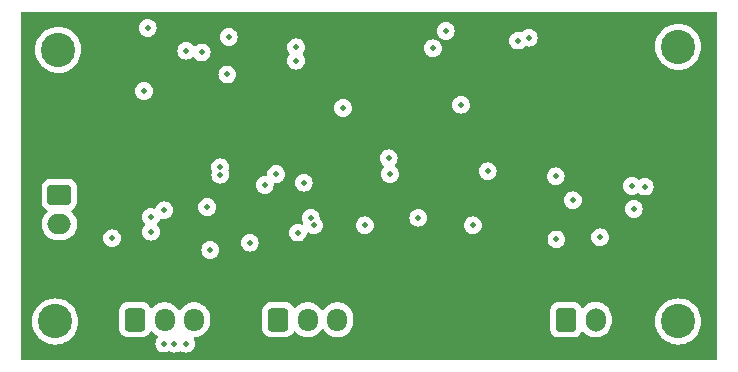
<source format=gbr>
%TF.GenerationSoftware,KiCad,Pcbnew,8.0.0*%
%TF.CreationDate,2024-03-25T10:57:50+01:00*%
%TF.ProjectId,MicAmp,4d696341-6d70-42e6-9b69-6361645f7063,v2*%
%TF.SameCoordinates,Original*%
%TF.FileFunction,Copper,L3,Inr*%
%TF.FilePolarity,Positive*%
%FSLAX46Y46*%
G04 Gerber Fmt 4.6, Leading zero omitted, Abs format (unit mm)*
G04 Created by KiCad (PCBNEW 8.0.0) date 2024-03-25 10:57:50*
%MOMM*%
%LPD*%
G01*
G04 APERTURE LIST*
G04 Aperture macros list*
%AMRoundRect*
0 Rectangle with rounded corners*
0 $1 Rounding radius*
0 $2 $3 $4 $5 $6 $7 $8 $9 X,Y pos of 4 corners*
0 Add a 4 corners polygon primitive as box body*
4,1,4,$2,$3,$4,$5,$6,$7,$8,$9,$2,$3,0*
0 Add four circle primitives for the rounded corners*
1,1,$1+$1,$2,$3*
1,1,$1+$1,$4,$5*
1,1,$1+$1,$6,$7*
1,1,$1+$1,$8,$9*
0 Add four rect primitives between the rounded corners*
20,1,$1+$1,$2,$3,$4,$5,0*
20,1,$1+$1,$4,$5,$6,$7,0*
20,1,$1+$1,$6,$7,$8,$9,0*
20,1,$1+$1,$8,$9,$2,$3,0*%
G04 Aperture macros list end*
%TA.AperFunction,ComponentPad*%
%ADD10RoundRect,0.250000X-0.750000X0.600000X-0.750000X-0.600000X0.750000X-0.600000X0.750000X0.600000X0*%
%TD*%
%TA.AperFunction,ComponentPad*%
%ADD11O,2.000000X1.700000*%
%TD*%
%TA.AperFunction,ComponentPad*%
%ADD12RoundRect,0.250000X-0.600000X-0.750000X0.600000X-0.750000X0.600000X0.750000X-0.600000X0.750000X0*%
%TD*%
%TA.AperFunction,ComponentPad*%
%ADD13O,1.700000X2.000000*%
%TD*%
%TA.AperFunction,ComponentPad*%
%ADD14C,2.900000*%
%TD*%
%TA.AperFunction,ComponentPad*%
%ADD15RoundRect,0.250000X-0.600000X-0.725000X0.600000X-0.725000X0.600000X0.725000X-0.600000X0.725000X0*%
%TD*%
%TA.AperFunction,ComponentPad*%
%ADD16O,1.700000X1.950000*%
%TD*%
%TA.AperFunction,ViaPad*%
%ADD17C,0.500000*%
%TD*%
%ADD18C,0.300000*%
%ADD19C,0.350000*%
G04 APERTURE END LIST*
D10*
%TO.N,GND*%
%TO.C,Mic_In*%
X99231900Y-118060200D03*
D11*
%TO.N,Net-(Mic_In1-Pin_2)*%
X99231900Y-120560200D03*
%TD*%
D12*
%TO.N,GND*%
%TO.C,Out_Audio*%
X142126500Y-128646400D03*
D13*
%TO.N,/Out_Audio*%
X144626500Y-128646400D03*
%TD*%
D14*
%TO.N,GND*%
%TO.C,H1*%
X99135500Y-105805600D03*
%TD*%
%TO.N,GND*%
%TO.C,H3*%
X98864800Y-128804100D03*
%TD*%
D15*
%TO.N,GND*%
%TO.C,Supp_MicAmp1*%
X105636700Y-128646400D03*
D16*
%TO.N,/5V_In*%
X108136700Y-128646400D03*
%TO.N,/-5V_In*%
X110636700Y-128646400D03*
%TD*%
D15*
%TO.N,Net-(U7A--)*%
%TO.C,Volume_Audio*%
X117766800Y-128646400D03*
D16*
%TO.N,/Out_Audio*%
X120266800Y-128646400D03*
X122766800Y-128646400D03*
%TD*%
D14*
%TO.N,GND*%
%TO.C,H4*%
X151623700Y-128804100D03*
%TD*%
%TO.N,GND*%
%TO.C,H2*%
X151623700Y-105540300D03*
%TD*%
D17*
%TO.N,-5V*%
X112839000Y-115749000D03*
X112861000Y-116372000D03*
%TO.N,Net-(C8-Pad2)*%
X117578500Y-116327300D03*
%TO.N,+5V*%
X147713000Y-121022000D03*
X115690000Y-110507000D03*
X102218000Y-124824000D03*
X116704000Y-121103000D03*
X105840000Y-116050000D03*
X129597000Y-118693000D03*
X140651000Y-110443000D03*
X105818000Y-116673000D03*
X120445000Y-118727000D03*
%TO.N,GND*%
X129625000Y-120011000D03*
X106701000Y-103953000D03*
X123251000Y-110718000D03*
X119414000Y-121276000D03*
X115351000Y-122126000D03*
X113571000Y-104704000D03*
X108974000Y-130693000D03*
X109962000Y-130693000D03*
X134239000Y-120667000D03*
X116616000Y-117248000D03*
X108116000Y-130672000D03*
X138970000Y-104783000D03*
X131941000Y-104210000D03*
X125093000Y-120667000D03*
X148787000Y-117380000D03*
X142710000Y-118541000D03*
X103693000Y-121761000D03*
X120509000Y-120009000D03*
X108116000Y-119399000D03*
X147714000Y-117323000D03*
%TO.N,Net-(C9-Pad2)*%
X111284400Y-106028100D03*
%TO.N,Net-(C10-Pad2)*%
X138065300Y-105019600D03*
%TO.N,Net-(C13-Pad1)*%
X106999800Y-121196400D03*
X106999800Y-119951000D03*
%TO.N,Net-(U6-CLK)*%
X135492000Y-116089000D03*
%TO.N,Net-(R14-Pad2)*%
X141251300Y-116521500D03*
%TO.N,Net-(R15-Pad2)*%
X141314600Y-121856700D03*
%TO.N,Net-(D1-K)*%
X109969500Y-105884400D03*
X113440500Y-107892100D03*
%TO.N,Net-(D1-A)*%
X106396700Y-109296900D03*
%TO.N,Net-(D3-K)*%
X130858000Y-105679500D03*
%TO.N,Net-(D3-A)*%
X133246600Y-110444500D03*
%TO.N,Net-(U6-IN)*%
X127113900Y-114986500D03*
%TO.N,Net-(U2B--)*%
X119273700Y-105593200D03*
X119273700Y-106716700D03*
%TO.N,Net-(U4-CLK)*%
X127218000Y-116319000D03*
%TO.N,Net-(R16-Pad2)*%
X145010100Y-121675000D03*
%TO.N,Net-(C14-Pad2)*%
X112005800Y-122754600D03*
X111742800Y-119120200D03*
%TO.N,Net-(U4-IN)*%
X119914300Y-117043900D03*
%TO.N,Net-(U4-OUT)*%
X120795500Y-120658600D03*
%TO.N,Net-(Mic_Out1-Pad3)*%
X147862000Y-119272600D03*
%TD*%
%TA.AperFunction,Conductor*%
%TO.N,+5V*%
G36*
X154883039Y-102599685D02*
G01*
X154928794Y-102652489D01*
X154940000Y-102704000D01*
X154940000Y-131956000D01*
X154920315Y-132023039D01*
X154867511Y-132068794D01*
X154816000Y-132080000D01*
X96064000Y-132080000D01*
X95996961Y-132060315D01*
X95951206Y-132007511D01*
X95940000Y-131956000D01*
X95940000Y-128804101D01*
X96909318Y-128804101D01*
X96929222Y-129082399D01*
X96988527Y-129355016D01*
X96988529Y-129355023D01*
X97034852Y-129479220D01*
X97086031Y-129616438D01*
X97086033Y-129616442D01*
X97219740Y-129861307D01*
X97219745Y-129861315D01*
X97386938Y-130084660D01*
X97386954Y-130084678D01*
X97584221Y-130281945D01*
X97584239Y-130281961D01*
X97807584Y-130449154D01*
X97807592Y-130449159D01*
X98052457Y-130582866D01*
X98052461Y-130582868D01*
X98052463Y-130582869D01*
X98313877Y-130680371D01*
X98371941Y-130693002D01*
X98586500Y-130739677D01*
X98586502Y-130739677D01*
X98586506Y-130739678D01*
X98833814Y-130757365D01*
X98864799Y-130759582D01*
X98864800Y-130759582D01*
X98864801Y-130759582D01*
X98892681Y-130757587D01*
X99143094Y-130739678D01*
X99415723Y-130680371D01*
X99677137Y-130582869D01*
X99922013Y-130449156D01*
X100145368Y-130281955D01*
X100342655Y-130084668D01*
X100509856Y-129861313D01*
X100643569Y-129616437D01*
X100716313Y-129421401D01*
X104286200Y-129421401D01*
X104286201Y-129421418D01*
X104296700Y-129524196D01*
X104296701Y-129524199D01*
X104342594Y-129662694D01*
X104351886Y-129690734D01*
X104443988Y-129840056D01*
X104568044Y-129964112D01*
X104717366Y-130056214D01*
X104883903Y-130111399D01*
X104986691Y-130121900D01*
X106286708Y-130121899D01*
X106389497Y-130111399D01*
X106556034Y-130056214D01*
X106705356Y-129964112D01*
X106829412Y-129840056D01*
X106921514Y-129690734D01*
X106921514Y-129690731D01*
X106924878Y-129685279D01*
X106976826Y-129638554D01*
X107045788Y-129627331D01*
X107109870Y-129655174D01*
X107118098Y-129662694D01*
X107256913Y-129801509D01*
X107428879Y-129926448D01*
X107428881Y-129926449D01*
X107428884Y-129926451D01*
X107522784Y-129974295D01*
X107573580Y-130022269D01*
X107590375Y-130090090D01*
X107567838Y-130156225D01*
X107554173Y-130172459D01*
X107525521Y-130201112D01*
X107525518Y-130201115D01*
X107435547Y-130344302D01*
X107435545Y-130344305D01*
X107379685Y-130503943D01*
X107360751Y-130671997D01*
X107360751Y-130672002D01*
X107379685Y-130840056D01*
X107435545Y-130999694D01*
X107435547Y-130999697D01*
X107525518Y-131142884D01*
X107525523Y-131142890D01*
X107645109Y-131262476D01*
X107645115Y-131262481D01*
X107788302Y-131352452D01*
X107788305Y-131352454D01*
X107788309Y-131352455D01*
X107788310Y-131352456D01*
X107848319Y-131373454D01*
X107947943Y-131408314D01*
X108115997Y-131427249D01*
X108116000Y-131427249D01*
X108116003Y-131427249D01*
X108216835Y-131415887D01*
X108284059Y-131408313D01*
X108443690Y-131352456D01*
X108462315Y-131340752D01*
X108529550Y-131321751D01*
X108594260Y-131340751D01*
X108612889Y-131352456D01*
X108646310Y-131373456D01*
X108745929Y-131408314D01*
X108805943Y-131429314D01*
X108973997Y-131448249D01*
X108974000Y-131448249D01*
X108974003Y-131448249D01*
X109142056Y-131429314D01*
X109142059Y-131429313D01*
X109301690Y-131373456D01*
X109335114Y-131352454D01*
X109402027Y-131310410D01*
X109469264Y-131291409D01*
X109533973Y-131310410D01*
X109634307Y-131373454D01*
X109634305Y-131373454D01*
X109634309Y-131373455D01*
X109634310Y-131373456D01*
X109706913Y-131398860D01*
X109793943Y-131429314D01*
X109961997Y-131448249D01*
X109962000Y-131448249D01*
X109962003Y-131448249D01*
X110130056Y-131429314D01*
X110130059Y-131429313D01*
X110289690Y-131373456D01*
X110289692Y-131373454D01*
X110289694Y-131373454D01*
X110289697Y-131373452D01*
X110432884Y-131283481D01*
X110432885Y-131283480D01*
X110432890Y-131283477D01*
X110552477Y-131163890D01*
X110642452Y-131020697D01*
X110642454Y-131020694D01*
X110642454Y-131020692D01*
X110642456Y-131020690D01*
X110698313Y-130861059D01*
X110698313Y-130861058D01*
X110698314Y-130861056D01*
X110717249Y-130693002D01*
X110717249Y-130692997D01*
X110698314Y-130524943D01*
X110671794Y-130449154D01*
X110642456Y-130365310D01*
X110608879Y-130311872D01*
X110589879Y-130244635D01*
X110610247Y-130177800D01*
X110663515Y-130132586D01*
X110713873Y-130121900D01*
X110742986Y-130121900D01*
X110742987Y-130121900D01*
X110952943Y-130088646D01*
X111155112Y-130022957D01*
X111344516Y-129926451D01*
X111418881Y-129872422D01*
X111516486Y-129801509D01*
X111516488Y-129801506D01*
X111516492Y-129801504D01*
X111666804Y-129651192D01*
X111666806Y-129651188D01*
X111666809Y-129651186D01*
X111791748Y-129479220D01*
X111791747Y-129479220D01*
X111791751Y-129479216D01*
X111821209Y-129421401D01*
X116416300Y-129421401D01*
X116416301Y-129421418D01*
X116426800Y-129524196D01*
X116426801Y-129524199D01*
X116472694Y-129662694D01*
X116481986Y-129690734D01*
X116574088Y-129840056D01*
X116698144Y-129964112D01*
X116847466Y-130056214D01*
X117014003Y-130111399D01*
X117116791Y-130121900D01*
X118416808Y-130121899D01*
X118519597Y-130111399D01*
X118686134Y-130056214D01*
X118835456Y-129964112D01*
X118959512Y-129840056D01*
X119051614Y-129690734D01*
X119051614Y-129690731D01*
X119054978Y-129685279D01*
X119106926Y-129638554D01*
X119175888Y-129627331D01*
X119239970Y-129655174D01*
X119248198Y-129662694D01*
X119387013Y-129801509D01*
X119558979Y-129926448D01*
X119558981Y-129926449D01*
X119558984Y-129926451D01*
X119748388Y-130022957D01*
X119950557Y-130088646D01*
X120160513Y-130121900D01*
X120160514Y-130121900D01*
X120373086Y-130121900D01*
X120373087Y-130121900D01*
X120583043Y-130088646D01*
X120785212Y-130022957D01*
X120974616Y-129926451D01*
X121048981Y-129872422D01*
X121146586Y-129801509D01*
X121146588Y-129801506D01*
X121146592Y-129801504D01*
X121296904Y-129651192D01*
X121416483Y-129486604D01*
X121471811Y-129443940D01*
X121541424Y-129437961D01*
X121603220Y-129470566D01*
X121617113Y-129486599D01*
X121711445Y-129616437D01*
X121736696Y-129651192D01*
X121887013Y-129801509D01*
X122058979Y-129926448D01*
X122058981Y-129926449D01*
X122058984Y-129926451D01*
X122248388Y-130022957D01*
X122450557Y-130088646D01*
X122660513Y-130121900D01*
X122660514Y-130121900D01*
X122873086Y-130121900D01*
X122873087Y-130121900D01*
X123083043Y-130088646D01*
X123285212Y-130022957D01*
X123474616Y-129926451D01*
X123548981Y-129872422D01*
X123646586Y-129801509D01*
X123646588Y-129801506D01*
X123646592Y-129801504D01*
X123796904Y-129651192D01*
X123796906Y-129651188D01*
X123796909Y-129651186D01*
X123921848Y-129479220D01*
X123921847Y-129479220D01*
X123921851Y-129479216D01*
X123938571Y-129446401D01*
X140776000Y-129446401D01*
X140776001Y-129446418D01*
X140786500Y-129549196D01*
X140786501Y-129549199D01*
X140841685Y-129715731D01*
X140841687Y-129715736D01*
X140876569Y-129772288D01*
X140933788Y-129865056D01*
X141057844Y-129989112D01*
X141207166Y-130081214D01*
X141373703Y-130136399D01*
X141476491Y-130146900D01*
X142776508Y-130146899D01*
X142879297Y-130136399D01*
X143045834Y-130081214D01*
X143195156Y-129989112D01*
X143319212Y-129865056D01*
X143411314Y-129715734D01*
X143411314Y-129715731D01*
X143414678Y-129710279D01*
X143466626Y-129663554D01*
X143535588Y-129652331D01*
X143599670Y-129680174D01*
X143607898Y-129687694D01*
X143746713Y-129826509D01*
X143918679Y-129951448D01*
X143918681Y-129951449D01*
X143918684Y-129951451D01*
X144108088Y-130047957D01*
X144310257Y-130113646D01*
X144520213Y-130146900D01*
X144520214Y-130146900D01*
X144732786Y-130146900D01*
X144732787Y-130146900D01*
X144942743Y-130113646D01*
X145144912Y-130047957D01*
X145334316Y-129951451D01*
X145443091Y-129872422D01*
X145506286Y-129826509D01*
X145506288Y-129826506D01*
X145506292Y-129826504D01*
X145656604Y-129676192D01*
X145656606Y-129676188D01*
X145656609Y-129676186D01*
X145781548Y-129504220D01*
X145781547Y-129504220D01*
X145781551Y-129504216D01*
X145878057Y-129314812D01*
X145943746Y-129112643D01*
X145977000Y-128902687D01*
X145977000Y-128804101D01*
X149668218Y-128804101D01*
X149688122Y-129082399D01*
X149747427Y-129355016D01*
X149747429Y-129355023D01*
X149793752Y-129479220D01*
X149844931Y-129616438D01*
X149844933Y-129616442D01*
X149978640Y-129861307D01*
X149978645Y-129861315D01*
X150145838Y-130084660D01*
X150145854Y-130084678D01*
X150343121Y-130281945D01*
X150343139Y-130281961D01*
X150566484Y-130449154D01*
X150566492Y-130449159D01*
X150811357Y-130582866D01*
X150811361Y-130582868D01*
X150811363Y-130582869D01*
X151072777Y-130680371D01*
X151130841Y-130693002D01*
X151345400Y-130739677D01*
X151345402Y-130739677D01*
X151345406Y-130739678D01*
X151592714Y-130757365D01*
X151623699Y-130759582D01*
X151623700Y-130759582D01*
X151623701Y-130759582D01*
X151651581Y-130757587D01*
X151901994Y-130739678D01*
X152174623Y-130680371D01*
X152436037Y-130582869D01*
X152680913Y-130449156D01*
X152904268Y-130281955D01*
X153101555Y-130084668D01*
X153268756Y-129861313D01*
X153402469Y-129616437D01*
X153499971Y-129355023D01*
X153559278Y-129082394D01*
X153579182Y-128804100D01*
X153559278Y-128525806D01*
X153499971Y-128253177D01*
X153402469Y-127991763D01*
X153394947Y-127977988D01*
X153268759Y-127746892D01*
X153268754Y-127746884D01*
X153101561Y-127523539D01*
X153101545Y-127523521D01*
X152904278Y-127326254D01*
X152904260Y-127326238D01*
X152680915Y-127159045D01*
X152680907Y-127159040D01*
X152436042Y-127025333D01*
X152436038Y-127025331D01*
X152336930Y-126988366D01*
X152174623Y-126927829D01*
X152174619Y-126927828D01*
X152174616Y-126927827D01*
X151901999Y-126868522D01*
X151623701Y-126848618D01*
X151623699Y-126848618D01*
X151345400Y-126868522D01*
X151072783Y-126927827D01*
X151072778Y-126927828D01*
X151072777Y-126927829D01*
X151009575Y-126951401D01*
X150811361Y-127025331D01*
X150811357Y-127025333D01*
X150566492Y-127159040D01*
X150566484Y-127159045D01*
X150343139Y-127326238D01*
X150343121Y-127326254D01*
X150145854Y-127523521D01*
X150145838Y-127523539D01*
X149978645Y-127746884D01*
X149978640Y-127746892D01*
X149844933Y-127991757D01*
X149844931Y-127991761D01*
X149840745Y-128002985D01*
X149765340Y-128205157D01*
X149747427Y-128253183D01*
X149688122Y-128525800D01*
X149668218Y-128804098D01*
X149668218Y-128804101D01*
X145977000Y-128804101D01*
X145977000Y-128390113D01*
X145943746Y-128180157D01*
X145878057Y-127977988D01*
X145781551Y-127788584D01*
X145781549Y-127788581D01*
X145781548Y-127788579D01*
X145656609Y-127616613D01*
X145506286Y-127466290D01*
X145334320Y-127341351D01*
X145144914Y-127244844D01*
X145144913Y-127244843D01*
X145144912Y-127244843D01*
X144942743Y-127179154D01*
X144942741Y-127179153D01*
X144942740Y-127179153D01*
X144781457Y-127153608D01*
X144732787Y-127145900D01*
X144520213Y-127145900D01*
X144471542Y-127153608D01*
X144310260Y-127179153D01*
X144108085Y-127244844D01*
X143918679Y-127341351D01*
X143746715Y-127466289D01*
X143607898Y-127605106D01*
X143546575Y-127638590D01*
X143476883Y-127633606D01*
X143420950Y-127591734D01*
X143414678Y-127582520D01*
X143319212Y-127427744D01*
X143195157Y-127303689D01*
X143195156Y-127303688D01*
X143045834Y-127211586D01*
X142879297Y-127156401D01*
X142879295Y-127156400D01*
X142776510Y-127145900D01*
X141476498Y-127145900D01*
X141476481Y-127145901D01*
X141373703Y-127156400D01*
X141373700Y-127156401D01*
X141207168Y-127211585D01*
X141207163Y-127211587D01*
X141057842Y-127303689D01*
X140933789Y-127427742D01*
X140841687Y-127577063D01*
X140841685Y-127577068D01*
X140820297Y-127641613D01*
X140786501Y-127743603D01*
X140786501Y-127743604D01*
X140786500Y-127743604D01*
X140776000Y-127846383D01*
X140776000Y-129446401D01*
X123938571Y-129446401D01*
X124018357Y-129289812D01*
X124084046Y-129087643D01*
X124117300Y-128877687D01*
X124117300Y-128415113D01*
X124084046Y-128205157D01*
X124018357Y-128002988D01*
X123921851Y-127813584D01*
X123921849Y-127813581D01*
X123921848Y-127813579D01*
X123796909Y-127641613D01*
X123646586Y-127491290D01*
X123474620Y-127366351D01*
X123285214Y-127269844D01*
X123285213Y-127269843D01*
X123285212Y-127269843D01*
X123083043Y-127204154D01*
X123083041Y-127204153D01*
X123083040Y-127204153D01*
X122921757Y-127178608D01*
X122873087Y-127170900D01*
X122660513Y-127170900D01*
X122611842Y-127178608D01*
X122450560Y-127204153D01*
X122248385Y-127269844D01*
X122058979Y-127366351D01*
X121887013Y-127491290D01*
X121736694Y-127641609D01*
X121736690Y-127641614D01*
X121617118Y-127806193D01*
X121561789Y-127848859D01*
X121492175Y-127854838D01*
X121430380Y-127822233D01*
X121416482Y-127806193D01*
X121296909Y-127641614D01*
X121296905Y-127641609D01*
X121146586Y-127491290D01*
X120974620Y-127366351D01*
X120785214Y-127269844D01*
X120785213Y-127269843D01*
X120785212Y-127269843D01*
X120583043Y-127204154D01*
X120583041Y-127204153D01*
X120583040Y-127204153D01*
X120421757Y-127178608D01*
X120373087Y-127170900D01*
X120160513Y-127170900D01*
X120111842Y-127178608D01*
X119950560Y-127204153D01*
X119748385Y-127269844D01*
X119558979Y-127366351D01*
X119387015Y-127491289D01*
X119248198Y-127630106D01*
X119186875Y-127663590D01*
X119117183Y-127658606D01*
X119061250Y-127616734D01*
X119054978Y-127607520D01*
X118959512Y-127452744D01*
X118835457Y-127328689D01*
X118835456Y-127328688D01*
X118740053Y-127269843D01*
X118686136Y-127236587D01*
X118686131Y-127236585D01*
X118684662Y-127236098D01*
X118519597Y-127181401D01*
X118519595Y-127181400D01*
X118416810Y-127170900D01*
X117116798Y-127170900D01*
X117116781Y-127170901D01*
X117014003Y-127181400D01*
X117014000Y-127181401D01*
X116847468Y-127236585D01*
X116847463Y-127236587D01*
X116698142Y-127328689D01*
X116574089Y-127452742D01*
X116481987Y-127602063D01*
X116481985Y-127602068D01*
X116469883Y-127638590D01*
X116426801Y-127768603D01*
X116426801Y-127768604D01*
X116426800Y-127768604D01*
X116416300Y-127871383D01*
X116416300Y-129421401D01*
X111821209Y-129421401D01*
X111888257Y-129289812D01*
X111953946Y-129087643D01*
X111987200Y-128877687D01*
X111987200Y-128415113D01*
X111953946Y-128205157D01*
X111888257Y-128002988D01*
X111791751Y-127813584D01*
X111791749Y-127813581D01*
X111791748Y-127813579D01*
X111666809Y-127641613D01*
X111516486Y-127491290D01*
X111344520Y-127366351D01*
X111155114Y-127269844D01*
X111155113Y-127269843D01*
X111155112Y-127269843D01*
X110952943Y-127204154D01*
X110952941Y-127204153D01*
X110952940Y-127204153D01*
X110791657Y-127178608D01*
X110742987Y-127170900D01*
X110530413Y-127170900D01*
X110481742Y-127178608D01*
X110320460Y-127204153D01*
X110118285Y-127269844D01*
X109928879Y-127366351D01*
X109756913Y-127491290D01*
X109606594Y-127641609D01*
X109606590Y-127641614D01*
X109487018Y-127806193D01*
X109431689Y-127848859D01*
X109362075Y-127854838D01*
X109300280Y-127822233D01*
X109286382Y-127806193D01*
X109166809Y-127641614D01*
X109166805Y-127641609D01*
X109016486Y-127491290D01*
X108844520Y-127366351D01*
X108655114Y-127269844D01*
X108655113Y-127269843D01*
X108655112Y-127269843D01*
X108452943Y-127204154D01*
X108452941Y-127204153D01*
X108452940Y-127204153D01*
X108291657Y-127178608D01*
X108242987Y-127170900D01*
X108030413Y-127170900D01*
X107981742Y-127178608D01*
X107820460Y-127204153D01*
X107618285Y-127269844D01*
X107428879Y-127366351D01*
X107256915Y-127491289D01*
X107118098Y-127630106D01*
X107056775Y-127663590D01*
X106987083Y-127658606D01*
X106931150Y-127616734D01*
X106924878Y-127607520D01*
X106829412Y-127452744D01*
X106705357Y-127328689D01*
X106705356Y-127328688D01*
X106609953Y-127269843D01*
X106556036Y-127236587D01*
X106556031Y-127236585D01*
X106554562Y-127236098D01*
X106389497Y-127181401D01*
X106389495Y-127181400D01*
X106286710Y-127170900D01*
X104986698Y-127170900D01*
X104986681Y-127170901D01*
X104883903Y-127181400D01*
X104883900Y-127181401D01*
X104717368Y-127236585D01*
X104717363Y-127236587D01*
X104568042Y-127328689D01*
X104443989Y-127452742D01*
X104351887Y-127602063D01*
X104351885Y-127602068D01*
X104339783Y-127638590D01*
X104296701Y-127768603D01*
X104296701Y-127768604D01*
X104296700Y-127768604D01*
X104286200Y-127871383D01*
X104286200Y-129421401D01*
X100716313Y-129421401D01*
X100741071Y-129355023D01*
X100800378Y-129082394D01*
X100820282Y-128804100D01*
X100800378Y-128525806D01*
X100741071Y-128253177D01*
X100643569Y-127991763D01*
X100636047Y-127977988D01*
X100509859Y-127746892D01*
X100509854Y-127746884D01*
X100342661Y-127523539D01*
X100342645Y-127523521D01*
X100145378Y-127326254D01*
X100145360Y-127326238D01*
X99922015Y-127159045D01*
X99922007Y-127159040D01*
X99677142Y-127025333D01*
X99677138Y-127025331D01*
X99578030Y-126988366D01*
X99415723Y-126927829D01*
X99415719Y-126927828D01*
X99415716Y-126927827D01*
X99143099Y-126868522D01*
X98864801Y-126848618D01*
X98864799Y-126848618D01*
X98586500Y-126868522D01*
X98313883Y-126927827D01*
X98313878Y-126927828D01*
X98313877Y-126927829D01*
X98250675Y-126951401D01*
X98052461Y-127025331D01*
X98052457Y-127025333D01*
X97807592Y-127159040D01*
X97807584Y-127159045D01*
X97584239Y-127326238D01*
X97584221Y-127326254D01*
X97386954Y-127523521D01*
X97386938Y-127523539D01*
X97219745Y-127746884D01*
X97219740Y-127746892D01*
X97086033Y-127991757D01*
X97086031Y-127991761D01*
X97081845Y-128002985D01*
X97006440Y-128205157D01*
X96988527Y-128253183D01*
X96929222Y-128525800D01*
X96909318Y-128804098D01*
X96909318Y-128804101D01*
X95940000Y-128804101D01*
X95940000Y-122754602D01*
X111250551Y-122754602D01*
X111269485Y-122922656D01*
X111325345Y-123082294D01*
X111325347Y-123082297D01*
X111415318Y-123225484D01*
X111415323Y-123225490D01*
X111534909Y-123345076D01*
X111534915Y-123345081D01*
X111678102Y-123435052D01*
X111678105Y-123435054D01*
X111678109Y-123435055D01*
X111678110Y-123435056D01*
X111750713Y-123460460D01*
X111837743Y-123490914D01*
X112005797Y-123509849D01*
X112005800Y-123509849D01*
X112005803Y-123509849D01*
X112173856Y-123490914D01*
X112173859Y-123490913D01*
X112333490Y-123435056D01*
X112333492Y-123435054D01*
X112333494Y-123435054D01*
X112333497Y-123435052D01*
X112476684Y-123345081D01*
X112476685Y-123345080D01*
X112476690Y-123345077D01*
X112596277Y-123225490D01*
X112686252Y-123082297D01*
X112686254Y-123082294D01*
X112686254Y-123082292D01*
X112686256Y-123082290D01*
X112742113Y-122922659D01*
X112742113Y-122922658D01*
X112742114Y-122922656D01*
X112761049Y-122754602D01*
X112761049Y-122754597D01*
X112742114Y-122586543D01*
X112686254Y-122426905D01*
X112686252Y-122426902D01*
X112596281Y-122283715D01*
X112596276Y-122283709D01*
X112476690Y-122164123D01*
X112476684Y-122164118D01*
X112416023Y-122126002D01*
X114595751Y-122126002D01*
X114614685Y-122294056D01*
X114670545Y-122453694D01*
X114670547Y-122453697D01*
X114760518Y-122596884D01*
X114760523Y-122596890D01*
X114880109Y-122716476D01*
X114880115Y-122716481D01*
X115023302Y-122806452D01*
X115023305Y-122806454D01*
X115023309Y-122806455D01*
X115023310Y-122806456D01*
X115095913Y-122831860D01*
X115182943Y-122862314D01*
X115350997Y-122881249D01*
X115351000Y-122881249D01*
X115351003Y-122881249D01*
X115519056Y-122862314D01*
X115519059Y-122862313D01*
X115678690Y-122806456D01*
X115678692Y-122806454D01*
X115678694Y-122806454D01*
X115678697Y-122806452D01*
X115821884Y-122716481D01*
X115821885Y-122716480D01*
X115821890Y-122716477D01*
X115941477Y-122596890D01*
X115941481Y-122596884D01*
X116031452Y-122453697D01*
X116031454Y-122453694D01*
X116031454Y-122453692D01*
X116031456Y-122453690D01*
X116087313Y-122294059D01*
X116087313Y-122294058D01*
X116087314Y-122294056D01*
X116106249Y-122126002D01*
X116106249Y-122125997D01*
X116087314Y-121957943D01*
X116036161Y-121811757D01*
X116031456Y-121798310D01*
X116031455Y-121798309D01*
X116031454Y-121798305D01*
X116031452Y-121798302D01*
X115941481Y-121655115D01*
X115941476Y-121655109D01*
X115821890Y-121535523D01*
X115821884Y-121535518D01*
X115678697Y-121445547D01*
X115678694Y-121445545D01*
X115519056Y-121389685D01*
X115351003Y-121370751D01*
X115350997Y-121370751D01*
X115182943Y-121389685D01*
X115023305Y-121445545D01*
X115023302Y-121445547D01*
X114880115Y-121535518D01*
X114880109Y-121535523D01*
X114760523Y-121655109D01*
X114760518Y-121655115D01*
X114670547Y-121798302D01*
X114670545Y-121798305D01*
X114614685Y-121957943D01*
X114595751Y-122125997D01*
X114595751Y-122126002D01*
X112416023Y-122126002D01*
X112333497Y-122074147D01*
X112333494Y-122074145D01*
X112173856Y-122018285D01*
X112005803Y-121999351D01*
X112005797Y-121999351D01*
X111837743Y-122018285D01*
X111678105Y-122074145D01*
X111678102Y-122074147D01*
X111534915Y-122164118D01*
X111534909Y-122164123D01*
X111415323Y-122283709D01*
X111415318Y-122283715D01*
X111325347Y-122426902D01*
X111325345Y-122426905D01*
X111269485Y-122586543D01*
X111250551Y-122754597D01*
X111250551Y-122754602D01*
X95940000Y-122754602D01*
X95940000Y-120666487D01*
X97731400Y-120666487D01*
X97735355Y-120691456D01*
X97753356Y-120805115D01*
X97764654Y-120876443D01*
X97803077Y-120994697D01*
X97830344Y-121078614D01*
X97926851Y-121268020D01*
X98051790Y-121439986D01*
X98202113Y-121590309D01*
X98374079Y-121715248D01*
X98374081Y-121715249D01*
X98374084Y-121715251D01*
X98563488Y-121811757D01*
X98765657Y-121877446D01*
X98975613Y-121910700D01*
X98975614Y-121910700D01*
X99488186Y-121910700D01*
X99488187Y-121910700D01*
X99698143Y-121877446D01*
X99900312Y-121811757D01*
X99999924Y-121761002D01*
X102937751Y-121761002D01*
X102956685Y-121929056D01*
X103012545Y-122088694D01*
X103012547Y-122088697D01*
X103102518Y-122231884D01*
X103102523Y-122231890D01*
X103222109Y-122351476D01*
X103222115Y-122351481D01*
X103365302Y-122441452D01*
X103365305Y-122441454D01*
X103365309Y-122441455D01*
X103365310Y-122441456D01*
X103400293Y-122453697D01*
X103524943Y-122497314D01*
X103692997Y-122516249D01*
X103693000Y-122516249D01*
X103693003Y-122516249D01*
X103861056Y-122497314D01*
X103861059Y-122497313D01*
X104020690Y-122441456D01*
X104020692Y-122441454D01*
X104020694Y-122441454D01*
X104020697Y-122441452D01*
X104163884Y-122351481D01*
X104163885Y-122351480D01*
X104163890Y-122351477D01*
X104283477Y-122231890D01*
X104313321Y-122184394D01*
X104373452Y-122088697D01*
X104373454Y-122088694D01*
X104373454Y-122088692D01*
X104373456Y-122088690D01*
X104429313Y-121929059D01*
X104429313Y-121929058D01*
X104429314Y-121929056D01*
X104448249Y-121761002D01*
X104448249Y-121760997D01*
X104429314Y-121592943D01*
X104373454Y-121433305D01*
X104373452Y-121433302D01*
X104283481Y-121290115D01*
X104283476Y-121290109D01*
X104189769Y-121196402D01*
X106244551Y-121196402D01*
X106263485Y-121364456D01*
X106319345Y-121524094D01*
X106319347Y-121524097D01*
X106409318Y-121667284D01*
X106409323Y-121667290D01*
X106528909Y-121786876D01*
X106528915Y-121786881D01*
X106672102Y-121876852D01*
X106672105Y-121876854D01*
X106672109Y-121876855D01*
X106672110Y-121876856D01*
X106744713Y-121902260D01*
X106831743Y-121932714D01*
X106999797Y-121951649D01*
X106999800Y-121951649D01*
X106999803Y-121951649D01*
X107167856Y-121932714D01*
X107167859Y-121932713D01*
X107327490Y-121876856D01*
X107327492Y-121876854D01*
X107327494Y-121876854D01*
X107327497Y-121876852D01*
X107470684Y-121786881D01*
X107470685Y-121786880D01*
X107470690Y-121786877D01*
X107590277Y-121667290D01*
X107597931Y-121655109D01*
X107680252Y-121524097D01*
X107680254Y-121524094D01*
X107680254Y-121524092D01*
X107680256Y-121524090D01*
X107736113Y-121364459D01*
X107736113Y-121364458D01*
X107736114Y-121364456D01*
X107746080Y-121276002D01*
X118658751Y-121276002D01*
X118677685Y-121444056D01*
X118733545Y-121603694D01*
X118733547Y-121603697D01*
X118823518Y-121746884D01*
X118823523Y-121746890D01*
X118943109Y-121866476D01*
X118943115Y-121866481D01*
X119086302Y-121956452D01*
X119086305Y-121956454D01*
X119086309Y-121956455D01*
X119086310Y-121956456D01*
X119090560Y-121957943D01*
X119245943Y-122012314D01*
X119413997Y-122031249D01*
X119414000Y-122031249D01*
X119414003Y-122031249D01*
X119582056Y-122012314D01*
X119609540Y-122002697D01*
X119741690Y-121956456D01*
X119741692Y-121956454D01*
X119741694Y-121956454D01*
X119741697Y-121956452D01*
X119884884Y-121866481D01*
X119884885Y-121866480D01*
X119884890Y-121866477D01*
X119894665Y-121856702D01*
X140559351Y-121856702D01*
X140578285Y-122024756D01*
X140634145Y-122184394D01*
X140634147Y-122184397D01*
X140724118Y-122327584D01*
X140724123Y-122327590D01*
X140843709Y-122447176D01*
X140843715Y-122447181D01*
X140986902Y-122537152D01*
X140986905Y-122537154D01*
X140986909Y-122537155D01*
X140986910Y-122537156D01*
X141059513Y-122562560D01*
X141146543Y-122593014D01*
X141314597Y-122611949D01*
X141314600Y-122611949D01*
X141314603Y-122611949D01*
X141482656Y-122593014D01*
X141501155Y-122586541D01*
X141642290Y-122537156D01*
X141642292Y-122537154D01*
X141642294Y-122537154D01*
X141642297Y-122537152D01*
X141785484Y-122447181D01*
X141785485Y-122447180D01*
X141785490Y-122447177D01*
X141905077Y-122327590D01*
X141932649Y-122283710D01*
X141995052Y-122184397D01*
X141995054Y-122184394D01*
X141995054Y-122184392D01*
X141995056Y-122184390D01*
X142050913Y-122024759D01*
X142050913Y-122024758D01*
X142050914Y-122024756D01*
X142069849Y-121856702D01*
X142069849Y-121856697D01*
X142050914Y-121688643D01*
X142046141Y-121675002D01*
X144254851Y-121675002D01*
X144273785Y-121843056D01*
X144329645Y-122002694D01*
X144329647Y-122002697D01*
X144419618Y-122145884D01*
X144419623Y-122145890D01*
X144539209Y-122265476D01*
X144539215Y-122265481D01*
X144682402Y-122355452D01*
X144682405Y-122355454D01*
X144682409Y-122355455D01*
X144682410Y-122355456D01*
X144755013Y-122380860D01*
X144842043Y-122411314D01*
X145010097Y-122430249D01*
X145010100Y-122430249D01*
X145010103Y-122430249D01*
X145178156Y-122411314D01*
X145178159Y-122411313D01*
X145337790Y-122355456D01*
X145337792Y-122355454D01*
X145337794Y-122355454D01*
X145337797Y-122355452D01*
X145480984Y-122265481D01*
X145480985Y-122265480D01*
X145480990Y-122265477D01*
X145600577Y-122145890D01*
X145636516Y-122088694D01*
X145690552Y-122002697D01*
X145690554Y-122002694D01*
X145690554Y-122002692D01*
X145690556Y-122002690D01*
X145746413Y-121843059D01*
X145746413Y-121843058D01*
X145746414Y-121843056D01*
X145765349Y-121675002D01*
X145765349Y-121674997D01*
X145746414Y-121506943D01*
X145713839Y-121413849D01*
X145690556Y-121347310D01*
X145690555Y-121347309D01*
X145690554Y-121347305D01*
X145690552Y-121347302D01*
X145600581Y-121204115D01*
X145600576Y-121204109D01*
X145480990Y-121084523D01*
X145480984Y-121084518D01*
X145337797Y-120994547D01*
X145337794Y-120994545D01*
X145178156Y-120938685D01*
X145010103Y-120919751D01*
X145010097Y-120919751D01*
X144842043Y-120938685D01*
X144682405Y-120994545D01*
X144682402Y-120994547D01*
X144539215Y-121084518D01*
X144539209Y-121084523D01*
X144419623Y-121204109D01*
X144419618Y-121204115D01*
X144329647Y-121347302D01*
X144329645Y-121347305D01*
X144273785Y-121506943D01*
X144254851Y-121674997D01*
X144254851Y-121675002D01*
X142046141Y-121675002D01*
X141995054Y-121529005D01*
X141995052Y-121529002D01*
X141905081Y-121385815D01*
X141905076Y-121385809D01*
X141785490Y-121266223D01*
X141785484Y-121266218D01*
X141642297Y-121176247D01*
X141642294Y-121176245D01*
X141482656Y-121120385D01*
X141314603Y-121101451D01*
X141314597Y-121101451D01*
X141146543Y-121120385D01*
X140986905Y-121176245D01*
X140986902Y-121176247D01*
X140843715Y-121266218D01*
X140843709Y-121266223D01*
X140724123Y-121385809D01*
X140724118Y-121385815D01*
X140634147Y-121529002D01*
X140634145Y-121529005D01*
X140578285Y-121688643D01*
X140559351Y-121856697D01*
X140559351Y-121856702D01*
X119894665Y-121856702D01*
X120004477Y-121746890D01*
X120024359Y-121715248D01*
X120094452Y-121603697D01*
X120094454Y-121603694D01*
X120094454Y-121603692D01*
X120094456Y-121603690D01*
X120150313Y-121444059D01*
X120150313Y-121444057D01*
X120150314Y-121444055D01*
X120160258Y-121355796D01*
X120187324Y-121291382D01*
X120244919Y-121251827D01*
X120314756Y-121249689D01*
X120349449Y-121264684D01*
X120467810Y-121339056D01*
X120558390Y-121370751D01*
X120627443Y-121394914D01*
X120795497Y-121413849D01*
X120795500Y-121413849D01*
X120795503Y-121413849D01*
X120963556Y-121394914D01*
X120978500Y-121389685D01*
X121123190Y-121339056D01*
X121123192Y-121339054D01*
X121123194Y-121339054D01*
X121123197Y-121339052D01*
X121266384Y-121249081D01*
X121266385Y-121249080D01*
X121266390Y-121249077D01*
X121385977Y-121129490D01*
X121416730Y-121080547D01*
X121475952Y-120986297D01*
X121475954Y-120986294D01*
X121475954Y-120986292D01*
X121475956Y-120986290D01*
X121531813Y-120826659D01*
X121531813Y-120826658D01*
X121531814Y-120826656D01*
X121549803Y-120667002D01*
X124337751Y-120667002D01*
X124356685Y-120835056D01*
X124412545Y-120994694D01*
X124412547Y-120994697D01*
X124502518Y-121137884D01*
X124502523Y-121137890D01*
X124622109Y-121257476D01*
X124622115Y-121257481D01*
X124765302Y-121347452D01*
X124765305Y-121347454D01*
X124765309Y-121347455D01*
X124765310Y-121347456D01*
X124813902Y-121364459D01*
X124924943Y-121403314D01*
X125092997Y-121422249D01*
X125093000Y-121422249D01*
X125093003Y-121422249D01*
X125261056Y-121403314D01*
X125300000Y-121389687D01*
X125420690Y-121347456D01*
X125420692Y-121347454D01*
X125420694Y-121347454D01*
X125420697Y-121347452D01*
X125563884Y-121257481D01*
X125563885Y-121257480D01*
X125563890Y-121257477D01*
X125683477Y-121137890D01*
X125702294Y-121107943D01*
X125773452Y-120994697D01*
X125773454Y-120994694D01*
X125773454Y-120994692D01*
X125773456Y-120994690D01*
X125829313Y-120835059D01*
X125829313Y-120835058D01*
X125829314Y-120835056D01*
X125848249Y-120667002D01*
X125848249Y-120666997D01*
X125829314Y-120498943D01*
X125773454Y-120339305D01*
X125773452Y-120339302D01*
X125683481Y-120196115D01*
X125683476Y-120196109D01*
X125563890Y-120076523D01*
X125563884Y-120076518D01*
X125459617Y-120011002D01*
X128869751Y-120011002D01*
X128888685Y-120179056D01*
X128944545Y-120338694D01*
X128944547Y-120338697D01*
X129034518Y-120481884D01*
X129034523Y-120481890D01*
X129154109Y-120601476D01*
X129154115Y-120601481D01*
X129297302Y-120691452D01*
X129297305Y-120691454D01*
X129297309Y-120691455D01*
X129297310Y-120691456D01*
X129369913Y-120716860D01*
X129456943Y-120747314D01*
X129624997Y-120766249D01*
X129625000Y-120766249D01*
X129625003Y-120766249D01*
X129793056Y-120747314D01*
X129855354Y-120725515D01*
X129952690Y-120691456D01*
X129952692Y-120691454D01*
X129952694Y-120691454D01*
X129952697Y-120691452D01*
X129991609Y-120667002D01*
X133483751Y-120667002D01*
X133502685Y-120835056D01*
X133558545Y-120994694D01*
X133558547Y-120994697D01*
X133648518Y-121137884D01*
X133648523Y-121137890D01*
X133768109Y-121257476D01*
X133768115Y-121257481D01*
X133911302Y-121347452D01*
X133911305Y-121347454D01*
X133911309Y-121347455D01*
X133911310Y-121347456D01*
X133959902Y-121364459D01*
X134070943Y-121403314D01*
X134238997Y-121422249D01*
X134239000Y-121422249D01*
X134239003Y-121422249D01*
X134407056Y-121403314D01*
X134446000Y-121389687D01*
X134566690Y-121347456D01*
X134566692Y-121347454D01*
X134566694Y-121347454D01*
X134566697Y-121347452D01*
X134709884Y-121257481D01*
X134709885Y-121257480D01*
X134709890Y-121257477D01*
X134829477Y-121137890D01*
X134848294Y-121107943D01*
X134919452Y-120994697D01*
X134919454Y-120994694D01*
X134919454Y-120994692D01*
X134919456Y-120994690D01*
X134975313Y-120835059D01*
X134975313Y-120835058D01*
X134975314Y-120835056D01*
X134994249Y-120667002D01*
X134994249Y-120666997D01*
X134975314Y-120498943D01*
X134919454Y-120339305D01*
X134919452Y-120339302D01*
X134829481Y-120196115D01*
X134829476Y-120196109D01*
X134709890Y-120076523D01*
X134709884Y-120076518D01*
X134566697Y-119986547D01*
X134566694Y-119986545D01*
X134407056Y-119930685D01*
X134239003Y-119911751D01*
X134238997Y-119911751D01*
X134070943Y-119930685D01*
X133911305Y-119986545D01*
X133911302Y-119986547D01*
X133768115Y-120076518D01*
X133768109Y-120076523D01*
X133648523Y-120196109D01*
X133648518Y-120196115D01*
X133558547Y-120339302D01*
X133558545Y-120339305D01*
X133502685Y-120498943D01*
X133483751Y-120666997D01*
X133483751Y-120667002D01*
X129991609Y-120667002D01*
X130095884Y-120601481D01*
X130095885Y-120601480D01*
X130095890Y-120601477D01*
X130215477Y-120481890D01*
X130216734Y-120479890D01*
X130305452Y-120338697D01*
X130305454Y-120338694D01*
X130305454Y-120338692D01*
X130305456Y-120338690D01*
X130361313Y-120179059D01*
X130361313Y-120179058D01*
X130361314Y-120179056D01*
X130380249Y-120011002D01*
X130380249Y-120010997D01*
X130361314Y-119842943D01*
X130305454Y-119683305D01*
X130305452Y-119683302D01*
X130215481Y-119540115D01*
X130215476Y-119540109D01*
X130095890Y-119420523D01*
X130095884Y-119420518D01*
X129952697Y-119330547D01*
X129952694Y-119330545D01*
X129793056Y-119274685D01*
X129625003Y-119255751D01*
X129624997Y-119255751D01*
X129456943Y-119274685D01*
X129297305Y-119330545D01*
X129297302Y-119330547D01*
X129154115Y-119420518D01*
X129154109Y-119420523D01*
X129034523Y-119540109D01*
X129034518Y-119540115D01*
X128944547Y-119683302D01*
X128944545Y-119683305D01*
X128888685Y-119842943D01*
X128869751Y-120010997D01*
X128869751Y-120011002D01*
X125459617Y-120011002D01*
X125420697Y-119986547D01*
X125420694Y-119986545D01*
X125261056Y-119930685D01*
X125093003Y-119911751D01*
X125092997Y-119911751D01*
X124924943Y-119930685D01*
X124765305Y-119986545D01*
X124765302Y-119986547D01*
X124622115Y-120076518D01*
X124622109Y-120076523D01*
X124502523Y-120196109D01*
X124502518Y-120196115D01*
X124412547Y-120339302D01*
X124412545Y-120339305D01*
X124356685Y-120498943D01*
X124337751Y-120666997D01*
X124337751Y-120667002D01*
X121549803Y-120667002D01*
X121550749Y-120658602D01*
X121550749Y-120658597D01*
X121531814Y-120490543D01*
X121478895Y-120339310D01*
X121475956Y-120330910D01*
X121475955Y-120330909D01*
X121475954Y-120330905D01*
X121475952Y-120330902D01*
X121385981Y-120187715D01*
X121385979Y-120187713D01*
X121385978Y-120187712D01*
X121385977Y-120187710D01*
X121300567Y-120102300D01*
X121267083Y-120040976D01*
X121264249Y-120014619D01*
X121264249Y-120008997D01*
X121245314Y-119840943D01*
X121211214Y-119743490D01*
X121189456Y-119681310D01*
X121189455Y-119681309D01*
X121189454Y-119681305D01*
X121189452Y-119681302D01*
X121099481Y-119538115D01*
X121099476Y-119538109D01*
X120979890Y-119418523D01*
X120979884Y-119418518D01*
X120836697Y-119328547D01*
X120836694Y-119328545D01*
X120677056Y-119272685D01*
X120509003Y-119253751D01*
X120508997Y-119253751D01*
X120340943Y-119272685D01*
X120181305Y-119328545D01*
X120181302Y-119328547D01*
X120038115Y-119418518D01*
X120038109Y-119418523D01*
X119918523Y-119538109D01*
X119918518Y-119538115D01*
X119828547Y-119681302D01*
X119828545Y-119681305D01*
X119772685Y-119840943D01*
X119753751Y-120008997D01*
X119753751Y-120009002D01*
X119772685Y-120177056D01*
X119828545Y-120336694D01*
X119828547Y-120336697D01*
X119872972Y-120407398D01*
X119891973Y-120474634D01*
X119871606Y-120541469D01*
X119818338Y-120586684D01*
X119749082Y-120595922D01*
X119727025Y-120590412D01*
X119582057Y-120539686D01*
X119414003Y-120520751D01*
X119413997Y-120520751D01*
X119245943Y-120539685D01*
X119086305Y-120595545D01*
X119086302Y-120595547D01*
X118943115Y-120685518D01*
X118943109Y-120685523D01*
X118823523Y-120805109D01*
X118823518Y-120805115D01*
X118733547Y-120948302D01*
X118733545Y-120948305D01*
X118677685Y-121107943D01*
X118658751Y-121275997D01*
X118658751Y-121276002D01*
X107746080Y-121276002D01*
X107755049Y-121196402D01*
X107755049Y-121196397D01*
X107736114Y-121028343D01*
X107680254Y-120868705D01*
X107680252Y-120868702D01*
X107590281Y-120725515D01*
X107590276Y-120725509D01*
X107526148Y-120661381D01*
X107492663Y-120600058D01*
X107497647Y-120530366D01*
X107526148Y-120486019D01*
X107537533Y-120474634D01*
X107590277Y-120421890D01*
X107642553Y-120338694D01*
X107680252Y-120278697D01*
X107680255Y-120278691D01*
X107680256Y-120278690D01*
X107713198Y-120184545D01*
X107753920Y-120127770D01*
X107818872Y-120102022D01*
X107871195Y-120108459D01*
X107947939Y-120135313D01*
X108115997Y-120154249D01*
X108116000Y-120154249D01*
X108116003Y-120154249D01*
X108284056Y-120135314D01*
X108284059Y-120135313D01*
X108443690Y-120079456D01*
X108443692Y-120079454D01*
X108443694Y-120079454D01*
X108443697Y-120079452D01*
X108586884Y-119989481D01*
X108586885Y-119989480D01*
X108586890Y-119989477D01*
X108706477Y-119869890D01*
X108706481Y-119869884D01*
X108796452Y-119726697D01*
X108796454Y-119726694D01*
X108796454Y-119726692D01*
X108796456Y-119726690D01*
X108852313Y-119567059D01*
X108852313Y-119567058D01*
X108852314Y-119567056D01*
X108871249Y-119399002D01*
X108871249Y-119398997D01*
X108852314Y-119230943D01*
X108813564Y-119120202D01*
X110987551Y-119120202D01*
X111006485Y-119288256D01*
X111062345Y-119447894D01*
X111062347Y-119447897D01*
X111152318Y-119591084D01*
X111152323Y-119591090D01*
X111271909Y-119710676D01*
X111271915Y-119710681D01*
X111415102Y-119800652D01*
X111415105Y-119800654D01*
X111415109Y-119800655D01*
X111415110Y-119800656D01*
X111487713Y-119826060D01*
X111574743Y-119856514D01*
X111742797Y-119875449D01*
X111742800Y-119875449D01*
X111742803Y-119875449D01*
X111910856Y-119856514D01*
X111949640Y-119842943D01*
X112070490Y-119800656D01*
X112070492Y-119800654D01*
X112070494Y-119800654D01*
X112070497Y-119800652D01*
X112213684Y-119710681D01*
X112213685Y-119710680D01*
X112213690Y-119710677D01*
X112333277Y-119591090D01*
X112366567Y-119538110D01*
X112423252Y-119447897D01*
X112423254Y-119447894D01*
X112423254Y-119447892D01*
X112423256Y-119447890D01*
X112479113Y-119288259D01*
X112479113Y-119288258D01*
X112479114Y-119288256D01*
X112498049Y-119120202D01*
X112498049Y-119120197D01*
X112479114Y-118952143D01*
X112430425Y-118812999D01*
X112423256Y-118792510D01*
X112423255Y-118792509D01*
X112423254Y-118792505D01*
X112423252Y-118792502D01*
X112333281Y-118649315D01*
X112333276Y-118649309D01*
X112224969Y-118541002D01*
X141954751Y-118541002D01*
X141973685Y-118709056D01*
X142029545Y-118868694D01*
X142029547Y-118868697D01*
X142119518Y-119011884D01*
X142119523Y-119011890D01*
X142239109Y-119131476D01*
X142239115Y-119131481D01*
X142382302Y-119221452D01*
X142382305Y-119221454D01*
X142382309Y-119221455D01*
X142382310Y-119221456D01*
X142439710Y-119241541D01*
X142541943Y-119277314D01*
X142709997Y-119296249D01*
X142710000Y-119296249D01*
X142710003Y-119296249D01*
X142878056Y-119277314D01*
X142891522Y-119272602D01*
X147106751Y-119272602D01*
X147125685Y-119440656D01*
X147181545Y-119600294D01*
X147181547Y-119600297D01*
X147271518Y-119743484D01*
X147271523Y-119743490D01*
X147391109Y-119863076D01*
X147391115Y-119863081D01*
X147534302Y-119953052D01*
X147534305Y-119953054D01*
X147534309Y-119953055D01*
X147534310Y-119953056D01*
X147606913Y-119978460D01*
X147693943Y-120008914D01*
X147861997Y-120027849D01*
X147862000Y-120027849D01*
X147862003Y-120027849D01*
X148030056Y-120008914D01*
X148030059Y-120008913D01*
X148189690Y-119953056D01*
X148189692Y-119953054D01*
X148189694Y-119953054D01*
X148189697Y-119953052D01*
X148332884Y-119863081D01*
X148332885Y-119863080D01*
X148332890Y-119863077D01*
X148452477Y-119743490D01*
X148463033Y-119726690D01*
X148542452Y-119600297D01*
X148542454Y-119600294D01*
X148542454Y-119600292D01*
X148542456Y-119600290D01*
X148598313Y-119440659D01*
X148598313Y-119440658D01*
X148598314Y-119440656D01*
X148617249Y-119272602D01*
X148617249Y-119272597D01*
X148598314Y-119104543D01*
X148542454Y-118944905D01*
X148542452Y-118944902D01*
X148452481Y-118801715D01*
X148452476Y-118801709D01*
X148332890Y-118682123D01*
X148332884Y-118682118D01*
X148189697Y-118592147D01*
X148189694Y-118592145D01*
X148030056Y-118536285D01*
X147862003Y-118517351D01*
X147861997Y-118517351D01*
X147693943Y-118536285D01*
X147534305Y-118592145D01*
X147534302Y-118592147D01*
X147391115Y-118682118D01*
X147391109Y-118682123D01*
X147271523Y-118801709D01*
X147271518Y-118801715D01*
X147181547Y-118944902D01*
X147181545Y-118944905D01*
X147125685Y-119104543D01*
X147106751Y-119272597D01*
X147106751Y-119272602D01*
X142891522Y-119272602D01*
X142891528Y-119272600D01*
X143037690Y-119221456D01*
X143037692Y-119221454D01*
X143037694Y-119221454D01*
X143037697Y-119221452D01*
X143180884Y-119131481D01*
X143180885Y-119131480D01*
X143180890Y-119131477D01*
X143300477Y-119011890D01*
X143300481Y-119011884D01*
X143390452Y-118868697D01*
X143390454Y-118868694D01*
X143390454Y-118868692D01*
X143390456Y-118868690D01*
X143446313Y-118709059D01*
X143446313Y-118709058D01*
X143446314Y-118709056D01*
X143465249Y-118541002D01*
X143465249Y-118540997D01*
X143446314Y-118372943D01*
X143390454Y-118213305D01*
X143390452Y-118213302D01*
X143300481Y-118070115D01*
X143300476Y-118070109D01*
X143180890Y-117950523D01*
X143180884Y-117950518D01*
X143037697Y-117860547D01*
X143037694Y-117860545D01*
X142878056Y-117804685D01*
X142710003Y-117785751D01*
X142709997Y-117785751D01*
X142541943Y-117804685D01*
X142382305Y-117860545D01*
X142382302Y-117860547D01*
X142239115Y-117950518D01*
X142239109Y-117950523D01*
X142119523Y-118070109D01*
X142119518Y-118070115D01*
X142029547Y-118213302D01*
X142029545Y-118213305D01*
X141973685Y-118372943D01*
X141954751Y-118540997D01*
X141954751Y-118541002D01*
X112224969Y-118541002D01*
X112213690Y-118529723D01*
X112213684Y-118529718D01*
X112070497Y-118439747D01*
X112070494Y-118439745D01*
X111910856Y-118383885D01*
X111742803Y-118364951D01*
X111742797Y-118364951D01*
X111574743Y-118383885D01*
X111415105Y-118439745D01*
X111415102Y-118439747D01*
X111271915Y-118529718D01*
X111271909Y-118529723D01*
X111152323Y-118649309D01*
X111152318Y-118649315D01*
X111062347Y-118792502D01*
X111062345Y-118792505D01*
X111006485Y-118952143D01*
X110987551Y-119120197D01*
X110987551Y-119120202D01*
X108813564Y-119120202D01*
X108796454Y-119071305D01*
X108796452Y-119071302D01*
X108706481Y-118928115D01*
X108706476Y-118928109D01*
X108586890Y-118808523D01*
X108586884Y-118808518D01*
X108443697Y-118718547D01*
X108443694Y-118718545D01*
X108284056Y-118662685D01*
X108116003Y-118643751D01*
X108115997Y-118643751D01*
X107947943Y-118662685D01*
X107788305Y-118718545D01*
X107788302Y-118718547D01*
X107645115Y-118808518D01*
X107645109Y-118808523D01*
X107525523Y-118928109D01*
X107525518Y-118928115D01*
X107435547Y-119071302D01*
X107435545Y-119071305D01*
X107402602Y-119165454D01*
X107361880Y-119222230D01*
X107296927Y-119247977D01*
X107244606Y-119241541D01*
X107167857Y-119214686D01*
X106999803Y-119195751D01*
X106999797Y-119195751D01*
X106831743Y-119214685D01*
X106672105Y-119270545D01*
X106672102Y-119270547D01*
X106528915Y-119360518D01*
X106528909Y-119360523D01*
X106409323Y-119480109D01*
X106409318Y-119480115D01*
X106319347Y-119623302D01*
X106319345Y-119623305D01*
X106263485Y-119782943D01*
X106244551Y-119950997D01*
X106244551Y-119951002D01*
X106263485Y-120119056D01*
X106319345Y-120278694D01*
X106319347Y-120278697D01*
X106409318Y-120421884D01*
X106409323Y-120421890D01*
X106473452Y-120486019D01*
X106506937Y-120547342D01*
X106501953Y-120617034D01*
X106473452Y-120661381D01*
X106409323Y-120725509D01*
X106409318Y-120725515D01*
X106319347Y-120868702D01*
X106319345Y-120868705D01*
X106263485Y-121028343D01*
X106244551Y-121196397D01*
X106244551Y-121196402D01*
X104189769Y-121196402D01*
X104163890Y-121170523D01*
X104163884Y-121170518D01*
X104020697Y-121080547D01*
X104020694Y-121080545D01*
X103861056Y-121024685D01*
X103693003Y-121005751D01*
X103692997Y-121005751D01*
X103524943Y-121024685D01*
X103365305Y-121080545D01*
X103365302Y-121080547D01*
X103222115Y-121170518D01*
X103222109Y-121170523D01*
X103102523Y-121290109D01*
X103102518Y-121290115D01*
X103012547Y-121433302D01*
X103012545Y-121433305D01*
X102956685Y-121592943D01*
X102937751Y-121760997D01*
X102937751Y-121761002D01*
X99999924Y-121761002D01*
X100089716Y-121715251D01*
X100126342Y-121688641D01*
X100261686Y-121590309D01*
X100261688Y-121590306D01*
X100261692Y-121590304D01*
X100412004Y-121439992D01*
X100412006Y-121439988D01*
X100412009Y-121439986D01*
X100531150Y-121276000D01*
X100536951Y-121268016D01*
X100633457Y-121078612D01*
X100699146Y-120876443D01*
X100732400Y-120666487D01*
X100732400Y-120453913D01*
X100699146Y-120243957D01*
X100633457Y-120041788D01*
X100536951Y-119852384D01*
X100536949Y-119852381D01*
X100536948Y-119852379D01*
X100412009Y-119680413D01*
X100273194Y-119541598D01*
X100239709Y-119480275D01*
X100244693Y-119410583D01*
X100286565Y-119354650D01*
X100295779Y-119348378D01*
X100301231Y-119345014D01*
X100301234Y-119345014D01*
X100450556Y-119252912D01*
X100574612Y-119128856D01*
X100666714Y-118979534D01*
X100721899Y-118812997D01*
X100732400Y-118710209D01*
X100732399Y-117410192D01*
X100728456Y-117371597D01*
X100721899Y-117307403D01*
X100721898Y-117307400D01*
X100702215Y-117248002D01*
X115860751Y-117248002D01*
X115879685Y-117416056D01*
X115935545Y-117575694D01*
X115935547Y-117575697D01*
X116025518Y-117718884D01*
X116025523Y-117718890D01*
X116145109Y-117838476D01*
X116145115Y-117838481D01*
X116288302Y-117928452D01*
X116288305Y-117928454D01*
X116288309Y-117928455D01*
X116288310Y-117928456D01*
X116314008Y-117937448D01*
X116447943Y-117984314D01*
X116615997Y-118003249D01*
X116616000Y-118003249D01*
X116616003Y-118003249D01*
X116784056Y-117984314D01*
X116784059Y-117984313D01*
X116943690Y-117928456D01*
X116943692Y-117928454D01*
X116943694Y-117928454D01*
X116943697Y-117928452D01*
X117086884Y-117838481D01*
X117086885Y-117838480D01*
X117086890Y-117838477D01*
X117206477Y-117718890D01*
X117213512Y-117707694D01*
X117296452Y-117575697D01*
X117296454Y-117575694D01*
X117296454Y-117575692D01*
X117296456Y-117575690D01*
X117352313Y-117416059D01*
X117352313Y-117416058D01*
X117352314Y-117416056D01*
X117371249Y-117248002D01*
X117371249Y-117247997D01*
X117367112Y-117211283D01*
X117379166Y-117142461D01*
X117426515Y-117091082D01*
X117494125Y-117073457D01*
X117504214Y-117074178D01*
X117504837Y-117074249D01*
X117578498Y-117082549D01*
X117578500Y-117082549D01*
X117578503Y-117082549D01*
X117746556Y-117063614D01*
X117778444Y-117052456D01*
X117802890Y-117043902D01*
X119159051Y-117043902D01*
X119177985Y-117211956D01*
X119233845Y-117371594D01*
X119233847Y-117371597D01*
X119323818Y-117514784D01*
X119323823Y-117514790D01*
X119443409Y-117634376D01*
X119443415Y-117634381D01*
X119586602Y-117724352D01*
X119586605Y-117724354D01*
X119586609Y-117724355D01*
X119586610Y-117724356D01*
X119659213Y-117749760D01*
X119746243Y-117780214D01*
X119914297Y-117799149D01*
X119914300Y-117799149D01*
X119914303Y-117799149D01*
X120082356Y-117780214D01*
X120082359Y-117780213D01*
X120241990Y-117724356D01*
X120241992Y-117724354D01*
X120241994Y-117724354D01*
X120241997Y-117724352D01*
X120385184Y-117634381D01*
X120385185Y-117634380D01*
X120385190Y-117634377D01*
X120504777Y-117514790D01*
X120504781Y-117514784D01*
X120594752Y-117371597D01*
X120594754Y-117371594D01*
X120594754Y-117371592D01*
X120594756Y-117371590D01*
X120611758Y-117323002D01*
X146958751Y-117323002D01*
X146977685Y-117491056D01*
X147033545Y-117650694D01*
X147033547Y-117650697D01*
X147123518Y-117793884D01*
X147123523Y-117793890D01*
X147243109Y-117913476D01*
X147243115Y-117913481D01*
X147386302Y-118003452D01*
X147386305Y-118003454D01*
X147386309Y-118003455D01*
X147386310Y-118003456D01*
X147458913Y-118028860D01*
X147545943Y-118059314D01*
X147713997Y-118078249D01*
X147714000Y-118078249D01*
X147714003Y-118078249D01*
X147882056Y-118059314D01*
X147882059Y-118059313D01*
X148041690Y-118003456D01*
X148146741Y-117937447D01*
X148213975Y-117918447D01*
X148280811Y-117938814D01*
X148300393Y-117954760D01*
X148316109Y-117970476D01*
X148316115Y-117970481D01*
X148459302Y-118060452D01*
X148459305Y-118060454D01*
X148459309Y-118060455D01*
X148459310Y-118060456D01*
X148486897Y-118070109D01*
X148618943Y-118116314D01*
X148786997Y-118135249D01*
X148787000Y-118135249D01*
X148787003Y-118135249D01*
X148955056Y-118116314D01*
X148955059Y-118116313D01*
X149114690Y-118060456D01*
X149114692Y-118060454D01*
X149114694Y-118060454D01*
X149114697Y-118060452D01*
X149257884Y-117970481D01*
X149257885Y-117970480D01*
X149257890Y-117970477D01*
X149377477Y-117850890D01*
X149385277Y-117838477D01*
X149467452Y-117707697D01*
X149467454Y-117707694D01*
X149467454Y-117707692D01*
X149467456Y-117707690D01*
X149523313Y-117548059D01*
X149523313Y-117548058D01*
X149523314Y-117548056D01*
X149542249Y-117380002D01*
X149542249Y-117379997D01*
X149523314Y-117211943D01*
X149488334Y-117111976D01*
X149467456Y-117052310D01*
X149467455Y-117052309D01*
X149467454Y-117052305D01*
X149467452Y-117052302D01*
X149377481Y-116909115D01*
X149377476Y-116909109D01*
X149257890Y-116789523D01*
X149257884Y-116789518D01*
X149114697Y-116699547D01*
X149114694Y-116699545D01*
X148955056Y-116643685D01*
X148787003Y-116624751D01*
X148786997Y-116624751D01*
X148618943Y-116643685D01*
X148459307Y-116699545D01*
X148354259Y-116765552D01*
X148287023Y-116784552D01*
X148220187Y-116764184D01*
X148200606Y-116748239D01*
X148184890Y-116732523D01*
X148184884Y-116732518D01*
X148041697Y-116642547D01*
X148041694Y-116642545D01*
X147882056Y-116586685D01*
X147714003Y-116567751D01*
X147713997Y-116567751D01*
X147545943Y-116586685D01*
X147386305Y-116642545D01*
X147386302Y-116642547D01*
X147243115Y-116732518D01*
X147243109Y-116732523D01*
X147123523Y-116852109D01*
X147123518Y-116852115D01*
X147033547Y-116995302D01*
X147033545Y-116995305D01*
X146977685Y-117154943D01*
X146958751Y-117322997D01*
X146958751Y-117323002D01*
X120611758Y-117323002D01*
X120650613Y-117211959D01*
X120650613Y-117211958D01*
X120650614Y-117211956D01*
X120669549Y-117043902D01*
X120669549Y-117043897D01*
X120650614Y-116875843D01*
X120600462Y-116732518D01*
X120594756Y-116716210D01*
X120594755Y-116716209D01*
X120594754Y-116716205D01*
X120594752Y-116716202D01*
X120504781Y-116573015D01*
X120504776Y-116573009D01*
X120385190Y-116453423D01*
X120385184Y-116453418D01*
X120241997Y-116363447D01*
X120241994Y-116363445D01*
X120082356Y-116307585D01*
X119914303Y-116288651D01*
X119914297Y-116288651D01*
X119746243Y-116307585D01*
X119586605Y-116363445D01*
X119586602Y-116363447D01*
X119443415Y-116453418D01*
X119443409Y-116453423D01*
X119323823Y-116573009D01*
X119323818Y-116573015D01*
X119233847Y-116716202D01*
X119233845Y-116716205D01*
X119177985Y-116875843D01*
X119159051Y-117043897D01*
X119159051Y-117043902D01*
X117802890Y-117043902D01*
X117906190Y-117007756D01*
X117906192Y-117007754D01*
X117906194Y-117007754D01*
X117906197Y-117007752D01*
X118049384Y-116917781D01*
X118049385Y-116917780D01*
X118049390Y-116917777D01*
X118168977Y-116798190D01*
X118168981Y-116798184D01*
X118258952Y-116654997D01*
X118258954Y-116654994D01*
X118258954Y-116654992D01*
X118258956Y-116654990D01*
X118314813Y-116495359D01*
X118314813Y-116495358D01*
X118314814Y-116495356D01*
X118333749Y-116327302D01*
X118333749Y-116327297D01*
X118314814Y-116159243D01*
X118274597Y-116044310D01*
X118258956Y-115999610D01*
X118258955Y-115999609D01*
X118258954Y-115999605D01*
X118258952Y-115999602D01*
X118168981Y-115856415D01*
X118168976Y-115856409D01*
X118049390Y-115736823D01*
X118049384Y-115736818D01*
X117906197Y-115646847D01*
X117906194Y-115646845D01*
X117746556Y-115590985D01*
X117578503Y-115572051D01*
X117578497Y-115572051D01*
X117410443Y-115590985D01*
X117250805Y-115646845D01*
X117250802Y-115646847D01*
X117107615Y-115736818D01*
X117107609Y-115736823D01*
X116988023Y-115856409D01*
X116988018Y-115856415D01*
X116898047Y-115999602D01*
X116898045Y-115999605D01*
X116842185Y-116159243D01*
X116823251Y-116327296D01*
X116823251Y-116327300D01*
X116826160Y-116353119D01*
X116827388Y-116364018D01*
X116815332Y-116432840D01*
X116767982Y-116484219D01*
X116700372Y-116501842D01*
X116690284Y-116501120D01*
X116616004Y-116492751D01*
X116615997Y-116492751D01*
X116447943Y-116511685D01*
X116288305Y-116567545D01*
X116288302Y-116567547D01*
X116145115Y-116657518D01*
X116145109Y-116657523D01*
X116025523Y-116777109D01*
X116025518Y-116777115D01*
X115935549Y-116920300D01*
X115935545Y-116920305D01*
X115879685Y-117079943D01*
X115860751Y-117247997D01*
X115860751Y-117248002D01*
X100702215Y-117248002D01*
X100690271Y-117211956D01*
X100666714Y-117140866D01*
X100574612Y-116991544D01*
X100450556Y-116867488D01*
X100357788Y-116810269D01*
X100301236Y-116775387D01*
X100301231Y-116775385D01*
X100271557Y-116765552D01*
X100134697Y-116720201D01*
X100134695Y-116720200D01*
X100031910Y-116709700D01*
X98431898Y-116709700D01*
X98431881Y-116709701D01*
X98329103Y-116720200D01*
X98329100Y-116720201D01*
X98162568Y-116775385D01*
X98162563Y-116775387D01*
X98013242Y-116867489D01*
X97889189Y-116991542D01*
X97797087Y-117140863D01*
X97797086Y-117140866D01*
X97741901Y-117307403D01*
X97741901Y-117307404D01*
X97741900Y-117307404D01*
X97731400Y-117410183D01*
X97731400Y-118710201D01*
X97731401Y-118710218D01*
X97741900Y-118812996D01*
X97741901Y-118812999D01*
X97797085Y-118979531D01*
X97797087Y-118979536D01*
X97817043Y-119011890D01*
X97883850Y-119120202D01*
X97889189Y-119128857D01*
X98013244Y-119252912D01*
X98168020Y-119348378D01*
X98214745Y-119400326D01*
X98225968Y-119469288D01*
X98198124Y-119533371D01*
X98190606Y-119541598D01*
X98051789Y-119680415D01*
X97926851Y-119852379D01*
X97830344Y-120041785D01*
X97830343Y-120041787D01*
X97830343Y-120041788D01*
X97819057Y-120076523D01*
X97764653Y-120243960D01*
X97749552Y-120339305D01*
X97731400Y-120453913D01*
X97731400Y-120666487D01*
X95940000Y-120666487D01*
X95940000Y-115749002D01*
X112083751Y-115749002D01*
X112102685Y-115917056D01*
X112131793Y-116000239D01*
X112149418Y-116050610D01*
X112149548Y-116050980D01*
X112153109Y-116120759D01*
X112149548Y-116132888D01*
X112124686Y-116203941D01*
X112105751Y-116371997D01*
X112105751Y-116372002D01*
X112124685Y-116540056D01*
X112180545Y-116699694D01*
X112180547Y-116699697D01*
X112270518Y-116842884D01*
X112270523Y-116842890D01*
X112390109Y-116962476D01*
X112390115Y-116962481D01*
X112533302Y-117052452D01*
X112533305Y-117052454D01*
X112533309Y-117052455D01*
X112533310Y-117052456D01*
X112541478Y-117055314D01*
X112692943Y-117108314D01*
X112860997Y-117127249D01*
X112861000Y-117127249D01*
X112861003Y-117127249D01*
X113029056Y-117108314D01*
X113029059Y-117108313D01*
X113188690Y-117052456D01*
X113188692Y-117052454D01*
X113188694Y-117052454D01*
X113188697Y-117052452D01*
X113331884Y-116962481D01*
X113331885Y-116962480D01*
X113331890Y-116962477D01*
X113451477Y-116842890D01*
X113462521Y-116825314D01*
X113541452Y-116699697D01*
X113541454Y-116699694D01*
X113541454Y-116699692D01*
X113541456Y-116699690D01*
X113597313Y-116540059D01*
X113597313Y-116540058D01*
X113597314Y-116540056D01*
X113616249Y-116372002D01*
X113616249Y-116371997D01*
X113597313Y-116203940D01*
X113597313Y-116203939D01*
X113557094Y-116089000D01*
X113550450Y-116070016D01*
X113546888Y-116000239D01*
X113550444Y-115988128D01*
X113575313Y-115917059D01*
X113583082Y-115848115D01*
X113594249Y-115749002D01*
X113594249Y-115748997D01*
X113575314Y-115580943D01*
X113519454Y-115421305D01*
X113519452Y-115421302D01*
X113429481Y-115278115D01*
X113429476Y-115278109D01*
X113309890Y-115158523D01*
X113309884Y-115158518D01*
X113166697Y-115068547D01*
X113166694Y-115068545D01*
X113007056Y-115012685D01*
X112839003Y-114993751D01*
X112838997Y-114993751D01*
X112670943Y-115012685D01*
X112511305Y-115068545D01*
X112511302Y-115068547D01*
X112368115Y-115158518D01*
X112368109Y-115158523D01*
X112248523Y-115278109D01*
X112248518Y-115278115D01*
X112158547Y-115421302D01*
X112158545Y-115421305D01*
X112102685Y-115580943D01*
X112083751Y-115748997D01*
X112083751Y-115749002D01*
X95940000Y-115749002D01*
X95940000Y-114986502D01*
X126358651Y-114986502D01*
X126377585Y-115154556D01*
X126433445Y-115314194D01*
X126433447Y-115314197D01*
X126523418Y-115457384D01*
X126523423Y-115457390D01*
X126643010Y-115576977D01*
X126665082Y-115590846D01*
X126668351Y-115592900D01*
X126714641Y-115645236D01*
X126725288Y-115714289D01*
X126696912Y-115778137D01*
X126690059Y-115785574D01*
X126627518Y-115848115D01*
X126537547Y-115991302D01*
X126537545Y-115991305D01*
X126481685Y-116150943D01*
X126462751Y-116318997D01*
X126462751Y-116319002D01*
X126481685Y-116487056D01*
X126537545Y-116646694D01*
X126537547Y-116646697D01*
X126627518Y-116789884D01*
X126627523Y-116789890D01*
X126747109Y-116909476D01*
X126747115Y-116909481D01*
X126890302Y-116999452D01*
X126890305Y-116999454D01*
X126890309Y-116999455D01*
X126890310Y-116999456D01*
X126962913Y-117024860D01*
X127049943Y-117055314D01*
X127217997Y-117074249D01*
X127218000Y-117074249D01*
X127218003Y-117074249D01*
X127386056Y-117055314D01*
X127394224Y-117052456D01*
X127545690Y-116999456D01*
X127545692Y-116999454D01*
X127545694Y-116999454D01*
X127545697Y-116999452D01*
X127688884Y-116909481D01*
X127688885Y-116909480D01*
X127688890Y-116909477D01*
X127808477Y-116789890D01*
X127834648Y-116748239D01*
X127898452Y-116646697D01*
X127898454Y-116646694D01*
X127898454Y-116646692D01*
X127898456Y-116646690D01*
X127954313Y-116487059D01*
X127954313Y-116487058D01*
X127954314Y-116487056D01*
X127973249Y-116319002D01*
X127973249Y-116318997D01*
X127954314Y-116150943D01*
X127932640Y-116089002D01*
X134736751Y-116089002D01*
X134755685Y-116257056D01*
X134811545Y-116416694D01*
X134811547Y-116416697D01*
X134901518Y-116559884D01*
X134901523Y-116559890D01*
X135021109Y-116679476D01*
X135021115Y-116679481D01*
X135164302Y-116769452D01*
X135164305Y-116769454D01*
X135164309Y-116769455D01*
X135164310Y-116769456D01*
X135207452Y-116784552D01*
X135323943Y-116825314D01*
X135491997Y-116844249D01*
X135492000Y-116844249D01*
X135492003Y-116844249D01*
X135660056Y-116825314D01*
X135660059Y-116825313D01*
X135819690Y-116769456D01*
X135819692Y-116769454D01*
X135819694Y-116769454D01*
X135819697Y-116769452D01*
X135962884Y-116679481D01*
X135962885Y-116679480D01*
X135962890Y-116679477D01*
X136082477Y-116559890D01*
X136106598Y-116521502D01*
X140496051Y-116521502D01*
X140514985Y-116689556D01*
X140570845Y-116849194D01*
X140570847Y-116849197D01*
X140660818Y-116992384D01*
X140660823Y-116992390D01*
X140780409Y-117111976D01*
X140780415Y-117111981D01*
X140923602Y-117201952D01*
X140923605Y-117201954D01*
X140923609Y-117201955D01*
X140923610Y-117201956D01*
X140996213Y-117227360D01*
X141083243Y-117257814D01*
X141251297Y-117276749D01*
X141251300Y-117276749D01*
X141251303Y-117276749D01*
X141419356Y-117257814D01*
X141447403Y-117248000D01*
X141578990Y-117201956D01*
X141578992Y-117201954D01*
X141578994Y-117201954D01*
X141578997Y-117201952D01*
X141722184Y-117111981D01*
X141722185Y-117111980D01*
X141722190Y-117111977D01*
X141841777Y-116992390D01*
X141860573Y-116962477D01*
X141931752Y-116849197D01*
X141931754Y-116849194D01*
X141931754Y-116849192D01*
X141931756Y-116849190D01*
X141987613Y-116689559D01*
X141987613Y-116689558D01*
X141987614Y-116689556D01*
X142006549Y-116521502D01*
X142006549Y-116521497D01*
X141987614Y-116353443D01*
X141935301Y-116203941D01*
X141931756Y-116193810D01*
X141931755Y-116193809D01*
X141931754Y-116193805D01*
X141931752Y-116193802D01*
X141841781Y-116050615D01*
X141841776Y-116050609D01*
X141722190Y-115931023D01*
X141722184Y-115931018D01*
X141578997Y-115841047D01*
X141578994Y-115841045D01*
X141419356Y-115785185D01*
X141251303Y-115766251D01*
X141251297Y-115766251D01*
X141083243Y-115785185D01*
X140923605Y-115841045D01*
X140923602Y-115841047D01*
X140780415Y-115931018D01*
X140780409Y-115931023D01*
X140660823Y-116050609D01*
X140660818Y-116050615D01*
X140570847Y-116193802D01*
X140570845Y-116193805D01*
X140514985Y-116353443D01*
X140496051Y-116521497D01*
X140496051Y-116521502D01*
X136106598Y-116521502D01*
X136112765Y-116511687D01*
X136172452Y-116416697D01*
X136172454Y-116416694D01*
X136172454Y-116416692D01*
X136172456Y-116416690D01*
X136228313Y-116257059D01*
X136228313Y-116257058D01*
X136228314Y-116257056D01*
X136247249Y-116089002D01*
X136247249Y-116088997D01*
X136228314Y-115920943D01*
X136172454Y-115761305D01*
X136172452Y-115761302D01*
X136082481Y-115618115D01*
X136082476Y-115618109D01*
X135962890Y-115498523D01*
X135962884Y-115498518D01*
X135819697Y-115408547D01*
X135819694Y-115408545D01*
X135660056Y-115352685D01*
X135492003Y-115333751D01*
X135491997Y-115333751D01*
X135323943Y-115352685D01*
X135164305Y-115408545D01*
X135164302Y-115408547D01*
X135021115Y-115498518D01*
X135021109Y-115498523D01*
X134901523Y-115618109D01*
X134901518Y-115618115D01*
X134811547Y-115761302D01*
X134811545Y-115761305D01*
X134755685Y-115920943D01*
X134736751Y-116088997D01*
X134736751Y-116089002D01*
X127932640Y-116089002D01*
X127919206Y-116050610D01*
X127898456Y-115991310D01*
X127898455Y-115991309D01*
X127898454Y-115991305D01*
X127898452Y-115991302D01*
X127808481Y-115848115D01*
X127808476Y-115848109D01*
X127688890Y-115728523D01*
X127663549Y-115712600D01*
X127617259Y-115660266D01*
X127606611Y-115591212D01*
X127634986Y-115527364D01*
X127641841Y-115519926D01*
X127663249Y-115498518D01*
X127704377Y-115457390D01*
X127727053Y-115421302D01*
X127794352Y-115314197D01*
X127794354Y-115314194D01*
X127794354Y-115314192D01*
X127794356Y-115314190D01*
X127850213Y-115154559D01*
X127850213Y-115154558D01*
X127850214Y-115154556D01*
X127869149Y-114986502D01*
X127869149Y-114986497D01*
X127850214Y-114818443D01*
X127794354Y-114658805D01*
X127794352Y-114658802D01*
X127704381Y-114515615D01*
X127704376Y-114515609D01*
X127584790Y-114396023D01*
X127584784Y-114396018D01*
X127441597Y-114306047D01*
X127441594Y-114306045D01*
X127281956Y-114250185D01*
X127113903Y-114231251D01*
X127113897Y-114231251D01*
X126945843Y-114250185D01*
X126786205Y-114306045D01*
X126786202Y-114306047D01*
X126643015Y-114396018D01*
X126643009Y-114396023D01*
X126523423Y-114515609D01*
X126523418Y-114515615D01*
X126433447Y-114658802D01*
X126433445Y-114658805D01*
X126377585Y-114818443D01*
X126358651Y-114986497D01*
X126358651Y-114986502D01*
X95940000Y-114986502D01*
X95940000Y-110718002D01*
X122495751Y-110718002D01*
X122514685Y-110886056D01*
X122570545Y-111045694D01*
X122570547Y-111045697D01*
X122660518Y-111188884D01*
X122660523Y-111188890D01*
X122780109Y-111308476D01*
X122780115Y-111308481D01*
X122923302Y-111398452D01*
X122923305Y-111398454D01*
X122923309Y-111398455D01*
X122923310Y-111398456D01*
X122995913Y-111423860D01*
X123082943Y-111454314D01*
X123250997Y-111473249D01*
X123251000Y-111473249D01*
X123251003Y-111473249D01*
X123419056Y-111454314D01*
X123419059Y-111454313D01*
X123578690Y-111398456D01*
X123578692Y-111398454D01*
X123578694Y-111398454D01*
X123578697Y-111398452D01*
X123721884Y-111308481D01*
X123721885Y-111308480D01*
X123721890Y-111308477D01*
X123841477Y-111188890D01*
X123931452Y-111045697D01*
X123931454Y-111045694D01*
X123931454Y-111045692D01*
X123931456Y-111045690D01*
X123987313Y-110886059D01*
X123987313Y-110886058D01*
X123987314Y-110886056D01*
X124006249Y-110718002D01*
X124006249Y-110717997D01*
X123987314Y-110549943D01*
X123950418Y-110444502D01*
X132491351Y-110444502D01*
X132510285Y-110612556D01*
X132566145Y-110772194D01*
X132566147Y-110772197D01*
X132656118Y-110915384D01*
X132656123Y-110915390D01*
X132775709Y-111034976D01*
X132775715Y-111034981D01*
X132918902Y-111124952D01*
X132918905Y-111124954D01*
X132918909Y-111124955D01*
X132918910Y-111124956D01*
X132991513Y-111150360D01*
X133078543Y-111180814D01*
X133246597Y-111199749D01*
X133246600Y-111199749D01*
X133246603Y-111199749D01*
X133414656Y-111180814D01*
X133414659Y-111180813D01*
X133574290Y-111124956D01*
X133574292Y-111124954D01*
X133574294Y-111124954D01*
X133574297Y-111124952D01*
X133717484Y-111034981D01*
X133717485Y-111034980D01*
X133717490Y-111034977D01*
X133837077Y-110915390D01*
X133927052Y-110772197D01*
X133927054Y-110772194D01*
X133927054Y-110772192D01*
X133927056Y-110772190D01*
X133982913Y-110612559D01*
X133982913Y-110612558D01*
X133982914Y-110612556D01*
X134001849Y-110444502D01*
X134001849Y-110444497D01*
X133982914Y-110276443D01*
X133952460Y-110189413D01*
X133927056Y-110116810D01*
X133927055Y-110116809D01*
X133927054Y-110116805D01*
X133927052Y-110116802D01*
X133837081Y-109973615D01*
X133837076Y-109973609D01*
X133717490Y-109854023D01*
X133717484Y-109854018D01*
X133574297Y-109764047D01*
X133574294Y-109764045D01*
X133414656Y-109708185D01*
X133246603Y-109689251D01*
X133246597Y-109689251D01*
X133078543Y-109708185D01*
X132918905Y-109764045D01*
X132918902Y-109764047D01*
X132775715Y-109854018D01*
X132775709Y-109854023D01*
X132656123Y-109973609D01*
X132656118Y-109973615D01*
X132566147Y-110116802D01*
X132566145Y-110116805D01*
X132510285Y-110276443D01*
X132491351Y-110444497D01*
X132491351Y-110444502D01*
X123950418Y-110444502D01*
X123931454Y-110390305D01*
X123931452Y-110390302D01*
X123841481Y-110247115D01*
X123841476Y-110247109D01*
X123721890Y-110127523D01*
X123721884Y-110127518D01*
X123578697Y-110037547D01*
X123578694Y-110037545D01*
X123419056Y-109981685D01*
X123251003Y-109962751D01*
X123250997Y-109962751D01*
X123082943Y-109981685D01*
X122923305Y-110037545D01*
X122923302Y-110037547D01*
X122780115Y-110127518D01*
X122780109Y-110127523D01*
X122660523Y-110247109D01*
X122660518Y-110247115D01*
X122570547Y-110390302D01*
X122570545Y-110390305D01*
X122514685Y-110549943D01*
X122495751Y-110717997D01*
X122495751Y-110718002D01*
X95940000Y-110718002D01*
X95940000Y-109296902D01*
X105641451Y-109296902D01*
X105660385Y-109464956D01*
X105716245Y-109624594D01*
X105716247Y-109624597D01*
X105806218Y-109767784D01*
X105806223Y-109767790D01*
X105925809Y-109887376D01*
X105925815Y-109887381D01*
X106069002Y-109977352D01*
X106069005Y-109977354D01*
X106069009Y-109977355D01*
X106069010Y-109977356D01*
X106141613Y-110002760D01*
X106228643Y-110033214D01*
X106396697Y-110052149D01*
X106396700Y-110052149D01*
X106396703Y-110052149D01*
X106564756Y-110033214D01*
X106564759Y-110033213D01*
X106724390Y-109977356D01*
X106724392Y-109977354D01*
X106724394Y-109977354D01*
X106724397Y-109977352D01*
X106867584Y-109887381D01*
X106867585Y-109887380D01*
X106867590Y-109887377D01*
X106987177Y-109767790D01*
X106989531Y-109764044D01*
X107077152Y-109624597D01*
X107077154Y-109624594D01*
X107077154Y-109624592D01*
X107077156Y-109624590D01*
X107133013Y-109464959D01*
X107133013Y-109464958D01*
X107133014Y-109464956D01*
X107151949Y-109296902D01*
X107151949Y-109296897D01*
X107133014Y-109128843D01*
X107077154Y-108969205D01*
X107077152Y-108969202D01*
X106987181Y-108826015D01*
X106987176Y-108826009D01*
X106867590Y-108706423D01*
X106867584Y-108706418D01*
X106724397Y-108616447D01*
X106724394Y-108616445D01*
X106564756Y-108560585D01*
X106396703Y-108541651D01*
X106396697Y-108541651D01*
X106228643Y-108560585D01*
X106069005Y-108616445D01*
X106069002Y-108616447D01*
X105925815Y-108706418D01*
X105925809Y-108706423D01*
X105806223Y-108826009D01*
X105806218Y-108826015D01*
X105716247Y-108969202D01*
X105716245Y-108969205D01*
X105660385Y-109128843D01*
X105641451Y-109296897D01*
X105641451Y-109296902D01*
X95940000Y-109296902D01*
X95940000Y-107892102D01*
X112685251Y-107892102D01*
X112704185Y-108060156D01*
X112760045Y-108219794D01*
X112760047Y-108219797D01*
X112850018Y-108362984D01*
X112850023Y-108362990D01*
X112969609Y-108482576D01*
X112969615Y-108482581D01*
X113112802Y-108572552D01*
X113112805Y-108572554D01*
X113112809Y-108572555D01*
X113112810Y-108572556D01*
X113185413Y-108597960D01*
X113272443Y-108628414D01*
X113440497Y-108647349D01*
X113440500Y-108647349D01*
X113440503Y-108647349D01*
X113608556Y-108628414D01*
X113642756Y-108616447D01*
X113768190Y-108572556D01*
X113768192Y-108572554D01*
X113768194Y-108572554D01*
X113768197Y-108572552D01*
X113911384Y-108482581D01*
X113911385Y-108482580D01*
X113911390Y-108482577D01*
X114030977Y-108362990D01*
X114120952Y-108219797D01*
X114120954Y-108219794D01*
X114120954Y-108219792D01*
X114120956Y-108219790D01*
X114176813Y-108060159D01*
X114176813Y-108060158D01*
X114176814Y-108060156D01*
X114195749Y-107892102D01*
X114195749Y-107892097D01*
X114176814Y-107724043D01*
X114127940Y-107584369D01*
X114120956Y-107564410D01*
X114120955Y-107564409D01*
X114120954Y-107564405D01*
X114120952Y-107564402D01*
X114030981Y-107421215D01*
X114030976Y-107421209D01*
X113911390Y-107301623D01*
X113911384Y-107301618D01*
X113768197Y-107211647D01*
X113768194Y-107211645D01*
X113608556Y-107155785D01*
X113440503Y-107136851D01*
X113440497Y-107136851D01*
X113272443Y-107155785D01*
X113112805Y-107211645D01*
X113112802Y-107211647D01*
X112969615Y-107301618D01*
X112969609Y-107301623D01*
X112850023Y-107421209D01*
X112850018Y-107421215D01*
X112760047Y-107564402D01*
X112760045Y-107564405D01*
X112704185Y-107724043D01*
X112685251Y-107892097D01*
X112685251Y-107892102D01*
X95940000Y-107892102D01*
X95940000Y-105805601D01*
X97180018Y-105805601D01*
X97199922Y-106083899D01*
X97259070Y-106355794D01*
X97259229Y-106356523D01*
X97288406Y-106434749D01*
X97356731Y-106617938D01*
X97356733Y-106617942D01*
X97490440Y-106862807D01*
X97490445Y-106862815D01*
X97657638Y-107086160D01*
X97657654Y-107086178D01*
X97854921Y-107283445D01*
X97854939Y-107283461D01*
X98078284Y-107450654D01*
X98078292Y-107450659D01*
X98323157Y-107584366D01*
X98323161Y-107584368D01*
X98323163Y-107584369D01*
X98584577Y-107681871D01*
X98720891Y-107711524D01*
X98857200Y-107741177D01*
X98857202Y-107741177D01*
X98857206Y-107741178D01*
X99104514Y-107758865D01*
X99135499Y-107761082D01*
X99135500Y-107761082D01*
X99135501Y-107761082D01*
X99163381Y-107759087D01*
X99413794Y-107741178D01*
X99686423Y-107681871D01*
X99947837Y-107584369D01*
X100192713Y-107450656D01*
X100416068Y-107283455D01*
X100613355Y-107086168D01*
X100780556Y-106862813D01*
X100914269Y-106617937D01*
X101011771Y-106356523D01*
X101071078Y-106083894D01*
X101085346Y-105884402D01*
X109214251Y-105884402D01*
X109233185Y-106052456D01*
X109289045Y-106212094D01*
X109289047Y-106212097D01*
X109379018Y-106355284D01*
X109379023Y-106355290D01*
X109498609Y-106474876D01*
X109498615Y-106474881D01*
X109641802Y-106564852D01*
X109641805Y-106564854D01*
X109641809Y-106564855D01*
X109641810Y-106564856D01*
X109714413Y-106590260D01*
X109801443Y-106620714D01*
X109969497Y-106639649D01*
X109969500Y-106639649D01*
X109969503Y-106639649D01*
X110137556Y-106620714D01*
X110145478Y-106617942D01*
X110297190Y-106564856D01*
X110297192Y-106564854D01*
X110297194Y-106564854D01*
X110297197Y-106564852D01*
X110440384Y-106474881D01*
X110440385Y-106474880D01*
X110440390Y-106474877D01*
X110476837Y-106438429D01*
X110538157Y-106404945D01*
X110607849Y-106409929D01*
X110663783Y-106451799D01*
X110669510Y-106460138D01*
X110693921Y-106498987D01*
X110693923Y-106498990D01*
X110813509Y-106618576D01*
X110813515Y-106618581D01*
X110956702Y-106708552D01*
X110956705Y-106708554D01*
X110956709Y-106708555D01*
X110956710Y-106708556D01*
X111029313Y-106733960D01*
X111116343Y-106764414D01*
X111284397Y-106783349D01*
X111284400Y-106783349D01*
X111284403Y-106783349D01*
X111452456Y-106764414D01*
X111452459Y-106764413D01*
X111588810Y-106716702D01*
X118518451Y-106716702D01*
X118537385Y-106884756D01*
X118593245Y-107044394D01*
X118593247Y-107044397D01*
X118683218Y-107187584D01*
X118683223Y-107187590D01*
X118802809Y-107307176D01*
X118802815Y-107307181D01*
X118946002Y-107397152D01*
X118946005Y-107397154D01*
X118946009Y-107397155D01*
X118946010Y-107397156D01*
X119001495Y-107416571D01*
X119105643Y-107453014D01*
X119273697Y-107471949D01*
X119273700Y-107471949D01*
X119273703Y-107471949D01*
X119441756Y-107453014D01*
X119448495Y-107450656D01*
X119601390Y-107397156D01*
X119601392Y-107397154D01*
X119601394Y-107397154D01*
X119601397Y-107397152D01*
X119744584Y-107307181D01*
X119744585Y-107307180D01*
X119744590Y-107307177D01*
X119864177Y-107187590D01*
X119865582Y-107185354D01*
X119954152Y-107044397D01*
X119954154Y-107044394D01*
X119954154Y-107044392D01*
X119954156Y-107044390D01*
X120010013Y-106884759D01*
X120010013Y-106884758D01*
X120010014Y-106884756D01*
X120028949Y-106716702D01*
X120028949Y-106716697D01*
X120010014Y-106548643D01*
X119954154Y-106389005D01*
X119954152Y-106389002D01*
X119864181Y-106245815D01*
X119864176Y-106245809D01*
X119860998Y-106242631D01*
X119827513Y-106181308D01*
X119832497Y-106111616D01*
X119860998Y-106067269D01*
X119864177Y-106064090D01*
X119864181Y-106064084D01*
X119954152Y-105920897D01*
X119954154Y-105920894D01*
X119954154Y-105920892D01*
X119954156Y-105920890D01*
X120010013Y-105761259D01*
X120010013Y-105761258D01*
X120010014Y-105761256D01*
X120019225Y-105679502D01*
X130102751Y-105679502D01*
X130121685Y-105847556D01*
X130177545Y-106007194D01*
X130177547Y-106007197D01*
X130267518Y-106150384D01*
X130267523Y-106150390D01*
X130387109Y-106269976D01*
X130387115Y-106269981D01*
X130530302Y-106359952D01*
X130530305Y-106359954D01*
X130530309Y-106359955D01*
X130530310Y-106359956D01*
X130602913Y-106385360D01*
X130689943Y-106415814D01*
X130857997Y-106434749D01*
X130858000Y-106434749D01*
X130858003Y-106434749D01*
X131026056Y-106415814D01*
X131026059Y-106415813D01*
X131185690Y-106359956D01*
X131185692Y-106359954D01*
X131185694Y-106359954D01*
X131185697Y-106359952D01*
X131328884Y-106269981D01*
X131328885Y-106269980D01*
X131328890Y-106269977D01*
X131448477Y-106150390D01*
X131462174Y-106128592D01*
X131538452Y-106007197D01*
X131538454Y-106007194D01*
X131538454Y-106007192D01*
X131538456Y-106007190D01*
X131594313Y-105847559D01*
X131594313Y-105847558D01*
X131594314Y-105847556D01*
X131613249Y-105679502D01*
X131613249Y-105679497D01*
X131594314Y-105511443D01*
X131549879Y-105384456D01*
X131538456Y-105351810D01*
X131538455Y-105351809D01*
X131538454Y-105351805D01*
X131538452Y-105351802D01*
X131448481Y-105208615D01*
X131448476Y-105208609D01*
X131328890Y-105089023D01*
X131328884Y-105089018D01*
X131218410Y-105019602D01*
X137310051Y-105019602D01*
X137328985Y-105187656D01*
X137384845Y-105347294D01*
X137384847Y-105347297D01*
X137474818Y-105490484D01*
X137474823Y-105490490D01*
X137594409Y-105610076D01*
X137594415Y-105610081D01*
X137737602Y-105700052D01*
X137737605Y-105700054D01*
X137737609Y-105700055D01*
X137737610Y-105700056D01*
X137738622Y-105700410D01*
X137897243Y-105755914D01*
X138065297Y-105774849D01*
X138065300Y-105774849D01*
X138065303Y-105774849D01*
X138233356Y-105755914D01*
X138233359Y-105755913D01*
X138392990Y-105700056D01*
X138392992Y-105700054D01*
X138392994Y-105700054D01*
X138392997Y-105700052D01*
X138536184Y-105610081D01*
X138536184Y-105610080D01*
X138536190Y-105610077D01*
X138605965Y-105540301D01*
X149668218Y-105540301D01*
X149688122Y-105818599D01*
X149747427Y-106091216D01*
X149747429Y-106091223D01*
X149803901Y-106242631D01*
X149844931Y-106352638D01*
X149844933Y-106352642D01*
X149978640Y-106597507D01*
X149978645Y-106597515D01*
X150145838Y-106820860D01*
X150145854Y-106820878D01*
X150343121Y-107018145D01*
X150343139Y-107018161D01*
X150566484Y-107185354D01*
X150566492Y-107185359D01*
X150811357Y-107319066D01*
X150811361Y-107319068D01*
X150811363Y-107319069D01*
X151072777Y-107416571D01*
X151209091Y-107446224D01*
X151345400Y-107475877D01*
X151345402Y-107475877D01*
X151345406Y-107475878D01*
X151592714Y-107493565D01*
X151623699Y-107495782D01*
X151623700Y-107495782D01*
X151623701Y-107495782D01*
X151651581Y-107493787D01*
X151901994Y-107475878D01*
X152174623Y-107416571D01*
X152436037Y-107319069D01*
X152680913Y-107185356D01*
X152904268Y-107018155D01*
X153101555Y-106820868D01*
X153268756Y-106597513D01*
X153402469Y-106352637D01*
X153499971Y-106091223D01*
X153559278Y-105818594D01*
X153579182Y-105540300D01*
X153559278Y-105262006D01*
X153557512Y-105253890D01*
X153509177Y-105031697D01*
X153499971Y-104989377D01*
X153402469Y-104727963D01*
X153391704Y-104708249D01*
X153268759Y-104483092D01*
X153268754Y-104483084D01*
X153101561Y-104259739D01*
X153101545Y-104259721D01*
X152904278Y-104062454D01*
X152904260Y-104062438D01*
X152680915Y-103895245D01*
X152680907Y-103895240D01*
X152436042Y-103761533D01*
X152436038Y-103761531D01*
X152336930Y-103724566D01*
X152174623Y-103664029D01*
X152174619Y-103664028D01*
X152174616Y-103664027D01*
X151901999Y-103604722D01*
X151623701Y-103584818D01*
X151623699Y-103584818D01*
X151345400Y-103604722D01*
X151072783Y-103664027D01*
X151072778Y-103664028D01*
X151072777Y-103664029D01*
X151009575Y-103687601D01*
X150811361Y-103761531D01*
X150811357Y-103761533D01*
X150566492Y-103895240D01*
X150566484Y-103895245D01*
X150343139Y-104062438D01*
X150343121Y-104062454D01*
X150145854Y-104259721D01*
X150145838Y-104259739D01*
X149978645Y-104483084D01*
X149978640Y-104483092D01*
X149844933Y-104727957D01*
X149844931Y-104727961D01*
X149747427Y-104989383D01*
X149688122Y-105262000D01*
X149668218Y-105540298D01*
X149668218Y-105540301D01*
X138605965Y-105540301D01*
X138617221Y-105529045D01*
X138678540Y-105495563D01*
X138745852Y-105499687D01*
X138801944Y-105519314D01*
X138969997Y-105538249D01*
X138970000Y-105538249D01*
X138970003Y-105538249D01*
X139138056Y-105519314D01*
X139160556Y-105511441D01*
X139297690Y-105463456D01*
X139297692Y-105463454D01*
X139297694Y-105463454D01*
X139297697Y-105463452D01*
X139440884Y-105373481D01*
X139440885Y-105373480D01*
X139440890Y-105373477D01*
X139560477Y-105253890D01*
X139560481Y-105253884D01*
X139650452Y-105110697D01*
X139650454Y-105110694D01*
X139650454Y-105110692D01*
X139650456Y-105110690D01*
X139706313Y-104951059D01*
X139706313Y-104951058D01*
X139706314Y-104951056D01*
X139725249Y-104783002D01*
X139725249Y-104782997D01*
X139706314Y-104614943D01*
X139660177Y-104483092D01*
X139650456Y-104455310D01*
X139650455Y-104455309D01*
X139650454Y-104455305D01*
X139650452Y-104455302D01*
X139560481Y-104312115D01*
X139560476Y-104312109D01*
X139440890Y-104192523D01*
X139440884Y-104192518D01*
X139297697Y-104102547D01*
X139297694Y-104102545D01*
X139138056Y-104046685D01*
X138970003Y-104027751D01*
X138969997Y-104027751D01*
X138801943Y-104046685D01*
X138642305Y-104102545D01*
X138642302Y-104102547D01*
X138499115Y-104192518D01*
X138499108Y-104192524D01*
X138418079Y-104273552D01*
X138356756Y-104307037D01*
X138289445Y-104302912D01*
X138233358Y-104283286D01*
X138233354Y-104283285D01*
X138065303Y-104264351D01*
X138065297Y-104264351D01*
X137897243Y-104283285D01*
X137737605Y-104339145D01*
X137737602Y-104339147D01*
X137594415Y-104429118D01*
X137594409Y-104429123D01*
X137474823Y-104548709D01*
X137474818Y-104548715D01*
X137384847Y-104691902D01*
X137384845Y-104691905D01*
X137328985Y-104851543D01*
X137310051Y-105019597D01*
X137310051Y-105019602D01*
X131218410Y-105019602D01*
X131185697Y-104999047D01*
X131185694Y-104999045D01*
X131026056Y-104943185D01*
X130858003Y-104924251D01*
X130857997Y-104924251D01*
X130689943Y-104943185D01*
X130530305Y-104999045D01*
X130530302Y-104999047D01*
X130387115Y-105089018D01*
X130387109Y-105089023D01*
X130267523Y-105208609D01*
X130267518Y-105208615D01*
X130177547Y-105351802D01*
X130177545Y-105351805D01*
X130121685Y-105511443D01*
X130102751Y-105679497D01*
X130102751Y-105679502D01*
X120019225Y-105679502D01*
X120028949Y-105593202D01*
X120028949Y-105593197D01*
X120010014Y-105425143D01*
X119964292Y-105294477D01*
X119954156Y-105265510D01*
X119954155Y-105265509D01*
X119954154Y-105265505D01*
X119954152Y-105265502D01*
X119864181Y-105122315D01*
X119864176Y-105122309D01*
X119744590Y-105002723D01*
X119744584Y-105002718D01*
X119601397Y-104912747D01*
X119601394Y-104912745D01*
X119441756Y-104856885D01*
X119273703Y-104837951D01*
X119273697Y-104837951D01*
X119105643Y-104856885D01*
X118946005Y-104912745D01*
X118946002Y-104912747D01*
X118802815Y-105002718D01*
X118802809Y-105002723D01*
X118683223Y-105122309D01*
X118683218Y-105122315D01*
X118593247Y-105265502D01*
X118593245Y-105265505D01*
X118537385Y-105425143D01*
X118518451Y-105593197D01*
X118518451Y-105593202D01*
X118537385Y-105761256D01*
X118593245Y-105920894D01*
X118593247Y-105920897D01*
X118683218Y-106064084D01*
X118683223Y-106064090D01*
X118686402Y-106067269D01*
X118719887Y-106128592D01*
X118714903Y-106198284D01*
X118686402Y-106242631D01*
X118683223Y-106245809D01*
X118683218Y-106245815D01*
X118593247Y-106389002D01*
X118593245Y-106389005D01*
X118537385Y-106548643D01*
X118518451Y-106716697D01*
X118518451Y-106716702D01*
X111588810Y-106716702D01*
X111612090Y-106708556D01*
X111612092Y-106708554D01*
X111612094Y-106708554D01*
X111612097Y-106708552D01*
X111755284Y-106618581D01*
X111755285Y-106618580D01*
X111755290Y-106618577D01*
X111874877Y-106498990D01*
X111890026Y-106474881D01*
X111964852Y-106355797D01*
X111964854Y-106355794D01*
X111964854Y-106355792D01*
X111964856Y-106355790D01*
X112020713Y-106196159D01*
X112020713Y-106196158D01*
X112020714Y-106196156D01*
X112039649Y-106028102D01*
X112039649Y-106028097D01*
X112020714Y-105860043D01*
X111964854Y-105700405D01*
X111964852Y-105700402D01*
X111874881Y-105557215D01*
X111874876Y-105557209D01*
X111755290Y-105437623D01*
X111755284Y-105437618D01*
X111612097Y-105347647D01*
X111612094Y-105347645D01*
X111452456Y-105291785D01*
X111284403Y-105272851D01*
X111284397Y-105272851D01*
X111116343Y-105291785D01*
X110956705Y-105347645D01*
X110956702Y-105347647D01*
X110813515Y-105437618D01*
X110813508Y-105437624D01*
X110777062Y-105474070D01*
X110715739Y-105507555D01*
X110646047Y-105502569D01*
X110590114Y-105460697D01*
X110584388Y-105452360D01*
X110576819Y-105440314D01*
X110559977Y-105413510D01*
X110440390Y-105293923D01*
X110440384Y-105293918D01*
X110297197Y-105203947D01*
X110297194Y-105203945D01*
X110137556Y-105148085D01*
X109969503Y-105129151D01*
X109969497Y-105129151D01*
X109801443Y-105148085D01*
X109641805Y-105203945D01*
X109641802Y-105203947D01*
X109498615Y-105293918D01*
X109498609Y-105293923D01*
X109379023Y-105413509D01*
X109379018Y-105413515D01*
X109289047Y-105556702D01*
X109289045Y-105556705D01*
X109233185Y-105716343D01*
X109214251Y-105884397D01*
X109214251Y-105884402D01*
X101085346Y-105884402D01*
X101090982Y-105805600D01*
X101071078Y-105527306D01*
X101069339Y-105519314D01*
X101019843Y-105291785D01*
X101011771Y-105254677D01*
X100914269Y-104993263D01*
X100912150Y-104989383D01*
X100780559Y-104748392D01*
X100780554Y-104748384D01*
X100613361Y-104525039D01*
X100613345Y-104525021D01*
X100416078Y-104327754D01*
X100416060Y-104327738D01*
X100192715Y-104160545D01*
X100192707Y-104160540D01*
X99947842Y-104026833D01*
X99947838Y-104026831D01*
X99789265Y-103967687D01*
X99749893Y-103953002D01*
X105945751Y-103953002D01*
X105964685Y-104121056D01*
X106020545Y-104280694D01*
X106020547Y-104280697D01*
X106110518Y-104423884D01*
X106110523Y-104423890D01*
X106230109Y-104543476D01*
X106230115Y-104543481D01*
X106373302Y-104633452D01*
X106373305Y-104633454D01*
X106373309Y-104633455D01*
X106373310Y-104633456D01*
X106445913Y-104658860D01*
X106532943Y-104689314D01*
X106700997Y-104708249D01*
X106701000Y-104708249D01*
X106701003Y-104708249D01*
X106738696Y-104704002D01*
X112815751Y-104704002D01*
X112834685Y-104872056D01*
X112890545Y-105031694D01*
X112890547Y-105031697D01*
X112980518Y-105174884D01*
X112980523Y-105174890D01*
X113100109Y-105294476D01*
X113100115Y-105294481D01*
X113243302Y-105384452D01*
X113243305Y-105384454D01*
X113243309Y-105384455D01*
X113243310Y-105384456D01*
X113315913Y-105409860D01*
X113402943Y-105440314D01*
X113570997Y-105459249D01*
X113571000Y-105459249D01*
X113571003Y-105459249D01*
X113739056Y-105440314D01*
X113746744Y-105437624D01*
X113898690Y-105384456D01*
X113898692Y-105384454D01*
X113898694Y-105384454D01*
X113898697Y-105384452D01*
X114041884Y-105294481D01*
X114041885Y-105294480D01*
X114041890Y-105294477D01*
X114161477Y-105174890D01*
X114190217Y-105129151D01*
X114251452Y-105031697D01*
X114251454Y-105031694D01*
X114251454Y-105031692D01*
X114251456Y-105031690D01*
X114307313Y-104872059D01*
X114307313Y-104872058D01*
X114307314Y-104872056D01*
X114326249Y-104704002D01*
X114326249Y-104703997D01*
X114307314Y-104535943D01*
X114251454Y-104376305D01*
X114251452Y-104376302D01*
X114161481Y-104233115D01*
X114161476Y-104233109D01*
X114138369Y-104210002D01*
X131185751Y-104210002D01*
X131204685Y-104378056D01*
X131260545Y-104537694D01*
X131260547Y-104537697D01*
X131350518Y-104680884D01*
X131350523Y-104680890D01*
X131470109Y-104800476D01*
X131470115Y-104800481D01*
X131613302Y-104890452D01*
X131613305Y-104890454D01*
X131613309Y-104890455D01*
X131613310Y-104890456D01*
X131677006Y-104912744D01*
X131772943Y-104946314D01*
X131940997Y-104965249D01*
X131941000Y-104965249D01*
X131941003Y-104965249D01*
X132109056Y-104946314D01*
X132109059Y-104946313D01*
X132268690Y-104890456D01*
X132268692Y-104890454D01*
X132268694Y-104890454D01*
X132268697Y-104890452D01*
X132411884Y-104800481D01*
X132411885Y-104800480D01*
X132411890Y-104800477D01*
X132531477Y-104680890D01*
X132561283Y-104633454D01*
X132621452Y-104537697D01*
X132621454Y-104537694D01*
X132621454Y-104537692D01*
X132621456Y-104537690D01*
X132677313Y-104378059D01*
X132677313Y-104378058D01*
X132677314Y-104378056D01*
X132696249Y-104210002D01*
X132696249Y-104209997D01*
X132677314Y-104041943D01*
X132644705Y-103948751D01*
X132621456Y-103882310D01*
X132621455Y-103882309D01*
X132621454Y-103882305D01*
X132621452Y-103882302D01*
X132531481Y-103739115D01*
X132531476Y-103739109D01*
X132411890Y-103619523D01*
X132411884Y-103619518D01*
X132268697Y-103529547D01*
X132268694Y-103529545D01*
X132109056Y-103473685D01*
X131941003Y-103454751D01*
X131940997Y-103454751D01*
X131772943Y-103473685D01*
X131613305Y-103529545D01*
X131613302Y-103529547D01*
X131470115Y-103619518D01*
X131470109Y-103619523D01*
X131350523Y-103739109D01*
X131350518Y-103739115D01*
X131260547Y-103882302D01*
X131260545Y-103882305D01*
X131204685Y-104041943D01*
X131185751Y-104209997D01*
X131185751Y-104210002D01*
X114138369Y-104210002D01*
X114041890Y-104113523D01*
X114041884Y-104113518D01*
X113898697Y-104023547D01*
X113898694Y-104023545D01*
X113739056Y-103967685D01*
X113571003Y-103948751D01*
X113570997Y-103948751D01*
X113402943Y-103967685D01*
X113243305Y-104023545D01*
X113243302Y-104023547D01*
X113100115Y-104113518D01*
X113100109Y-104113523D01*
X112980523Y-104233109D01*
X112980518Y-104233115D01*
X112890547Y-104376302D01*
X112890545Y-104376305D01*
X112834685Y-104535943D01*
X112815751Y-104703997D01*
X112815751Y-104704002D01*
X106738696Y-104704002D01*
X106869056Y-104689314D01*
X106869059Y-104689313D01*
X107028690Y-104633456D01*
X107028692Y-104633454D01*
X107028694Y-104633454D01*
X107028697Y-104633452D01*
X107171884Y-104543481D01*
X107171885Y-104543480D01*
X107171890Y-104543477D01*
X107291477Y-104423890D01*
X107351884Y-104327754D01*
X107381452Y-104280697D01*
X107381454Y-104280694D01*
X107381454Y-104280692D01*
X107381456Y-104280690D01*
X107437313Y-104121059D01*
X107437313Y-104121058D01*
X107437314Y-104121056D01*
X107456249Y-103953002D01*
X107456249Y-103952997D01*
X107437314Y-103784943D01*
X107395004Y-103664029D01*
X107381456Y-103625310D01*
X107381455Y-103625309D01*
X107381454Y-103625305D01*
X107381452Y-103625302D01*
X107291481Y-103482115D01*
X107291476Y-103482109D01*
X107171890Y-103362523D01*
X107171884Y-103362518D01*
X107028697Y-103272547D01*
X107028694Y-103272545D01*
X106869056Y-103216685D01*
X106701003Y-103197751D01*
X106700997Y-103197751D01*
X106532943Y-103216685D01*
X106373305Y-103272545D01*
X106373302Y-103272547D01*
X106230115Y-103362518D01*
X106230109Y-103362523D01*
X106110523Y-103482109D01*
X106110518Y-103482115D01*
X106020547Y-103625302D01*
X106020545Y-103625305D01*
X105964685Y-103784943D01*
X105945751Y-103952997D01*
X105945751Y-103953002D01*
X99749893Y-103953002D01*
X99686423Y-103929329D01*
X99686419Y-103929328D01*
X99686416Y-103929327D01*
X99413799Y-103870022D01*
X99135501Y-103850118D01*
X99135499Y-103850118D01*
X98857200Y-103870022D01*
X98584583Y-103929327D01*
X98584578Y-103929328D01*
X98584577Y-103929329D01*
X98521375Y-103952901D01*
X98323161Y-104026831D01*
X98323157Y-104026833D01*
X98078292Y-104160540D01*
X98078284Y-104160545D01*
X97854939Y-104327738D01*
X97854921Y-104327754D01*
X97657654Y-104525021D01*
X97657638Y-104525039D01*
X97490445Y-104748384D01*
X97490440Y-104748392D01*
X97356733Y-104993257D01*
X97356731Y-104993261D01*
X97259227Y-105254683D01*
X97199922Y-105527300D01*
X97180018Y-105805598D01*
X97180018Y-105805601D01*
X95940000Y-105805601D01*
X95940000Y-102704000D01*
X95959685Y-102636961D01*
X96012489Y-102591206D01*
X96064000Y-102580000D01*
X154816000Y-102580000D01*
X154883039Y-102599685D01*
G37*
%TD.AperFunction*%
%TD*%
D18*
X112839000Y-115749000D03*
X112861000Y-116372000D03*
X117578500Y-116327300D03*
X147713000Y-121022000D03*
X115690000Y-110507000D03*
X102218000Y-124824000D03*
X116704000Y-121103000D03*
X105840000Y-116050000D03*
X129597000Y-118693000D03*
X140651000Y-110443000D03*
X105818000Y-116673000D03*
X120445000Y-118727000D03*
X129625000Y-120011000D03*
X106701000Y-103953000D03*
X123251000Y-110718000D03*
X119414000Y-121276000D03*
X115351000Y-122126000D03*
X113571000Y-104704000D03*
X108974000Y-130693000D03*
X109962000Y-130693000D03*
X134239000Y-120667000D03*
X116616000Y-117248000D03*
X108116000Y-130672000D03*
X138970000Y-104783000D03*
X131941000Y-104210000D03*
X125093000Y-120667000D03*
X148787000Y-117380000D03*
X142710000Y-118541000D03*
X103693000Y-121761000D03*
X120509000Y-120009000D03*
X108116000Y-119399000D03*
X147714000Y-117323000D03*
X111284400Y-106028100D03*
X138065300Y-105019600D03*
X106999800Y-121196400D03*
X106999800Y-119951000D03*
X135492000Y-116089000D03*
X141251300Y-116521500D03*
X141314600Y-121856700D03*
X109969500Y-105884400D03*
X113440500Y-107892100D03*
X106396700Y-109296900D03*
X130858000Y-105679500D03*
X133246600Y-110444500D03*
X127113900Y-114986500D03*
X119273700Y-105593200D03*
X119273700Y-106716700D03*
X127218000Y-116319000D03*
X145010100Y-121675000D03*
X112005800Y-122754600D03*
X111742800Y-119120200D03*
X119914300Y-117043900D03*
X120795500Y-120658600D03*
X147862000Y-119272600D03*
D19*
X99231900Y-118060200D03*
X99231900Y-120560200D03*
X142126500Y-128646400D03*
X144626500Y-128646400D03*
X99135500Y-105805600D03*
X98864800Y-128804100D03*
X105636700Y-128646400D03*
X108136700Y-128646400D03*
X110636700Y-128646400D03*
X117766800Y-128646400D03*
X120266800Y-128646400D03*
X122766800Y-128646400D03*
X151623700Y-128804100D03*
X151623700Y-105540300D03*
M02*

</source>
